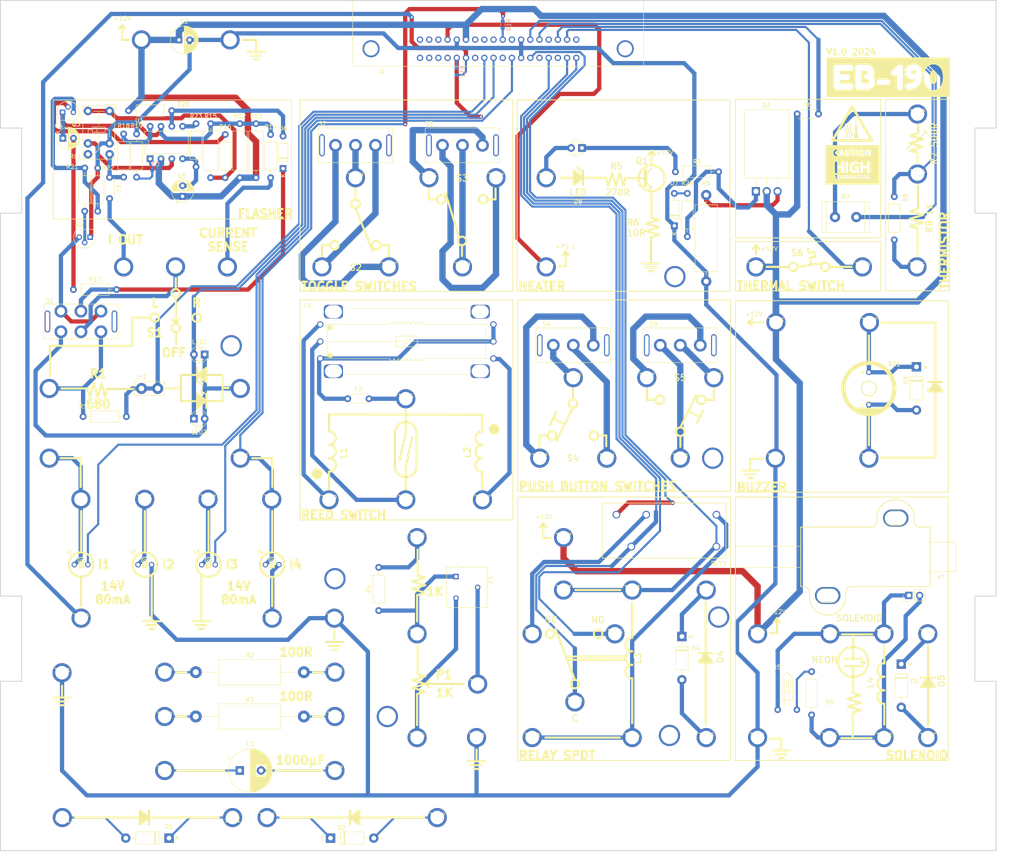
<source format=kicad_pcb>
(kicad_pcb (version 20221018) (generator pcbnew)
  (layers (0 "F.Cu" signal) (31 "B.Cu" signal) (34 "B.Paste" user) (35 "F.Paste" user) (36 "B.SilkS" user "B.Silkscreen") (37 "F.SilkS" user "F.Silkscreen") (38 "B.Mask" user) (39 "F.Mask" user) (44 "Edge.Cuts" user))
  (net 0 "")
  (net 1 "Net-(BZ1--)")
  (net 2 "Net-(BZ1-+)")
  (net 3 "Net-(C1-Pad1)")
  (net 4 "Net-(C1-Pad2)")
  (net 5 "+12V")
  (net 6 "GND")
  (net 7 "Net-(U1-VSS)")
  (net 8 "/FAULT")
  (net 9 "Net-(Q3-B)")
  (net 10 "Net-(C5-Pad2)")
  (net 11 "Net-(D1-K)")
  (net 12 "Net-(D1-A)")
  (net 13 "Net-(D2-K)")
  (net 14 "Net-(D2-A)")
  (net 15 "Net-(D4-K)")
  (net 16 "Net-(D4-A)")
  (net 17 "Net-(D5-K)")
  (net 18 "Net-(D5-A)")
  (net 19 "/C2")
  (net 20 "Net-(D6-A)")
  (net 21 "Net-(D7-A)")
  (net 22 "Net-(D8-K)")
  (net 23 "Net-(D8-A)")
  (net 24 "/RLY1_NO2")
  (net 25 "Net-(F1-Pad2)")
  (net 26 "Net-(F2-Pad1)")
  (net 27 "Net-(F2-Pad2)")
  (net 28 "Net-(I1-+)")
  (net 29 "/I1")
  (net 30 "Net-(I2-+)")
  (net 31 "Net-(I3-+)")
  (net 32 "/I3")
  (net 33 "/I4")
  (net 34 "Net-(I4--)")
  (net 35 "Net-(I5-+)")
  (net 36 "Net-(I5--)")
  (net 37 "/BLNK_RES")
  (net 38 "/RLY_NC")
  (net 39 "Net-(L4-+)")
  (net 40 "/BLNK_LED_A")
  (net 41 "Net-(P1-Pad1)")
  (net 42 "Net-(P1-Pad2)")
  (net 43 "Net-(P1-Pad3)")
  (net 44 "Net-(Q1-B)")
  (net 45 "Net-(Q1-E)")
  (net 46 "Net-(Q2-B)")
  (net 47 "Net-(R1-Pad1)")
  (net 48 "Net-(R2-Pad1)")
  (net 49 "Net-(R2-Pad2)")
  (net 50 "Net-(R3-Pad1)")
  (net 51 "Net-(R3-Pad2)")
  (net 52 "Net-(R4-Pad2)")
  (net 53 "Net-(R7-Pad1)")
  (net 54 "/THERMISTOR_A")
  (net 55 "Net-(R8-Pad1)")
  (net 56 "/THERMISTOR_B")
  (net 57 "Net-(J1-Pin_28)")
  (net 58 "/I1_R")
  (net 59 "Net-(R14-Pad1)")
  (net 60 "/RLY1_C2")
  (net 61 "Net-(U1-START)")
  (net 62 "Net-(R23-Pad1)")
  (net 63 "Net-(L5-Pad1A)")
  (net 64 "/RLY1_COIL")
  (net 66 "Net-(S1-B-Pad5)")
  (net 67 "Net-(S2-A)")
  (net 68 "Net-(S2-B)")
  (net 69 "Net-(S2-C)")
  (net 70 "Net-(S3-A)")
  (net 71 "Net-(S3-B)")
  (net 72 "Net-(S3-C)")
  (net 73 "Net-(S4-A)")
  (net 74 "Net-(S4-B)")
  (net 75 "Net-(S4-C)")
  (net 76 "Net-(S5-A)")
  (net 77 "Net-(S5-B)")
  (net 78 "Net-(S5-C)")
  (net 79 "/THERM_SW")
  (net 80 "/+PS_1")
  (net 81 "/RLY_NO_BN")
  (net 82 "Net-(L5-Pad2B)")
  (net 83 "/RLY_C")
  (net 84 "Net-(L5-Pad3)")
  (net 93 "/RLY_NO")
  (net 102 "/THERM_SW_PIN")
  (net 104 "/RLY_COIL")
  (net 105 "Net-(C4-Pad2)")
  (net 106 "Net-(RLY3-Pad1)")
  (net 107 "Net-(LED1-K)")
  (net 108 "Net-(Q2-C)")
  (net 109 "Net-(Q3-C)")
  (footprint "firmlogik-conn:2mm BANANNA PLUG" (layer "F.Cu") (at 191.77 150.114)
    (fp_text reference "TP23")
    (fp_text value "TestPoint")
  )
  (footprint "firmlogik-conn:2mm BANANNA PLUG" (layer "F.Cu") (at 309.245 86.487)
    (fp_text reference "TP75")
    (fp_text value "TestPoint")
  )
  (footprint "firmlogik-conn:2mm BANANNA PLUG" (layer "F.Cu") (at 189.103 117.475)
    (fp_text reference "TP45")
    (fp_text value "TestPoint")
  )
  (footprint "Resistor_THT:R_Axial_DIN0309_L9.0mm_D3.2mm_P12.70mm_Horizontal" (layer "F.Cu") (at 153.924 52.832 -90)
    (fp_text reference "R13")
    (fp_text value "1R")
  )
  (footprint "firmlogik-conn:2mm BANANNA PLUG" (layer "F.Cu") (at 311.786 172.72)
    (fp_text reference "TP76")
    (fp_text value "TestPoint")
  )
  (footprint "firmlogik-mech:DPDT MECHANICAL" (layer "F.Cu") (at 112.775 99.314)
    (fp_text reference "S1")
    (fp_text value "SW_Push_DPDT")
  )
  (footprint "firmlogik-opto:INCADESCENT BULB" (layer "F.Cu") (at 127.783167 156.464)
    (fp_text reference "I2")
    (fp_text value "INCADESCENT-BULB")
  )
  (footprint "Resistor_THT:R_Axial_DIN0207_L6.3mm_D2.5mm_P10.16mm_Horizontal" (layer "F.Cu") (at 252.476 64.135)
    (fp_text reference "R5")
    (fp_text value "270R")
  )
  (footprint "firmlogik-conn:2mm BANANNA PLUG" (layer "F.Cu") (at 275.971 131.445)
    (fp_text reference "TP54")
    (fp_text value "TestPoint")
  )
  (footprint "firmlogik-resistor:TRIM_3310Y-011-102L" (layer "F.Cu") (at 203.454 161.798 -90)
    (fp_text reference "P1")
    (fp_text value "R_Potentiometer")
  )
  (footprint "firmlogik-conn:2mm BANANNA PLUG" (layer "F.Cu") (at 127 33.147)
    (fp_text reference "TP1")
    (fp_text value "TestPoint")
  )
  (footprint "firmlogik-conn:2mm BANANNA PLUG" (layer "F.Cu") (at 108.4115 215.9 180)
    (fp_text reference "TP74")
    (fp_text value "TestPoint")
  )
  (footprint "LED_THT:LED_D3.0mm" (layer "F.Cu") (at 139.314 122.174)
    (fp_text reference "LED2")
    (fp_text value "LED")
  )
  (footprint "firmlogik-conn:2mm BANANNA PLUG" (layer "F.Cu") (at 288.799 172.72)
    (fp_text reference "TP64")
    (fp_text value "TestPoint")
  )
  (footprint "firmlogik-conn:2mm BANANNA PLUG" (layer "F.Cu") (at 172.461 192.148)
    (fp_text reference "TP71")
    (fp_text value "TestPoint")
  )
  (footprint "firmlogik-conn:2mm BANANNA PLUG" (layer "F.Cu") (at 157.712834 169.037)
    (fp_text reference "TP15")
    (fp_text value "TestPoint")
  )
  (footprint "Resistor_THT:R_Axial_DIN0207_L6.3mm_D2.5mm_P10.16mm_Horizontal" (layer "F.Cu") (at 116.713 63.246 -90)
    (fp_text reference "R22")
    (fp_text value "10K")
  )
  (footprint "Capacitor_THT:C_Disc_D4.3mm_W1.9mm_P5.00mm" (layer "F.Cu") (at 281.091 50.546)
    (fp_text reference "S6")
    (fp_text value "~")
  )
  (footprint "TestPoint:TestPoint_Bridge_Pitch3.81mm_Drill1.3mm" (layer "F.Cu") (at 127 115.062)
    (fp_text reference "JP1")
    (fp_text value "Jumper_2_Bridged")
  )
  (footprint "firmlogik-conn:2mm BANANNA PLUG" (layer "F.Cu") (at 207.137 141.239)
    (fp_text reference "TP47")
    (fp_text value "TestPoint")
  )
  (footprint "firmlogik-conn:2mm BANANNA PLUG" (layer "F.Cu") (at 276.099 99.568)
    (fp_text reference "TP53")
    (fp_text value "TestPoint")
  )
  (footprint "firmlogik-conn:2mm BANANNA PLUG" (layer "F.Cu") (at 112.776 141.097)
    (fp_text reference "TP7")
    (fp_text value "TestPoint")
  )
  (footprint "firmlogik-opto:INCADESCENT BULB" (layer "F.Cu") (at 112.818334 156.464)
    (fp_text reference "I1")
    (fp_text value "INCADESCENT-BULB")
  )
  (footprint "Capacitor_THT:CP_Radial_D10.0mm_P5.00mm" (layer "F.Cu") (at 150.093323 204.839)
    (fp_text reference "C1")
    (fp_text value "C_Polarized")
  )
  (footprint "LED_THT:LED_D3.0mm" (layer "F.Cu") (at 141.859 107.061 180)
    (fp_text reference "LED1")
    (fp_text value "LED")
  )
  (footprint "firmlogik-mech:BUTTON-SPDT-MECHANICAL" (layer "F.Cu") (at 228.474 104.902)
    (fp_text reference "S4")
    (fp_text value "SW_SPDT")
  )
  (footprint "firmlogik-conn:2mm BANANNA PLUG" (layer "F.Cu") (at 148.4115 215.9 180)
    (fp_text reference "TP63")
    (fp_text value "TestPoint")
  )
  (footprint "Resistor_THT:R_Axial_DIN0614_L14.3mm_D5.7mm_P25.40mm_Horizontal" (layer "F.Cu") (at 139.761 192.148)
    (fp_text reference "R3")
    (fp_text value "100R")
  )
  (footprint "firmlogik-conn:2mm BANANNA PLUG" (layer "F.Cu") (at 218.822 197.104)
    (fp_text reference "TP38")
    (fp_text value "TestPoint")
  )
  (footprint "firmlogik-conn:2mm BANANNA PLUG" (layer "F.Cu") (at 205.74 197.104)
    (fp_text reference "TP28")
    (fp_text value "TestPoint")
  )
  (footprint "firmlogik-conn:2mm BANANNA PLUG" (layer "F.Cu") (at 245.746 112.522)
    (fp_text reference "TP27")
    (fp_text value "TestPoint")
  )
  (footprint "firmlogik-conn:2mm BANANNA PLUG" (layer "F.Cu") (at 271.781 197.104)
    (fp_text reference "TP51")
    (fp_text value "TestPoint")
  )
  (footprint "firmlogik-conn:2mm BANANNA PLUG" (layer "F.Cu") (at 132.461 181.737)
    (fp_text reference "TP59")
    (fp_text value "TestPoint")
  )
  (footprint "firmlogik-conn:2mm BANANNA PLUG" (layer "F.Cu") (at 150.219834 131.445)
    (fp_text reference "TP13")
    (fp_text value "TestPoint")
  )
  (footprint "Resistor_THT:R_Axial_DIN0207_L6.3mm_D2.5mm_P10.16mm_Horizontal" (layer "F.Cu") (at 284.48 181.61 -90)
    (fp_text reference "R9")
    (fp_text value "10K")
  )
  (footprint "Resistor_THT:R_Axial_DIN0207_L6.3mm_D2.5mm_P10.16mm_Horizontal" (layer "F.Cu") (at 113.284 121.666)
    (fp_text reference "R1")
    (fp_text value "680R")
  )
  (footprint "firmlogik-conn:2mm BANANNA PLUG" (layer "F.Cu") (at 171.069 141.239)
    (fp_text reference "TP39")
    (fp_text value "TestPoint")
  )
  (footprint "firmlogik-mech:ADAFruit Solenoid" (layer "F.Cu") (at 312.361 140.953 180)
    (fp_text reference "L4")
    (fp_text value "ElectromagneticActor")
  )
  (footprint "Diode_THT:D_DO-35_SOD27_P7.62mm_Horizontal" (layer "F.Cu") (at 252.222 76.835 90)
    (fp_text reference "D7")
    (fp_text value "1N4148")
  )
  (footprint "Diode_THT:D_DO-41_SOD81_P10.16mm_Horizontal" (layer "F.Cu") (at 254.001 173.355 -90)
    (fp_text reference "D4")
    (fp_text value "1N4007")
  )
  (footprint "firmlogik-conn:2mm BANANNA PLUG" (layer "F.Cu") (at 298.07 99.568)
    (fp_text reference "TP57")
    (fp_text value "TestPoint")
  )
  (footprint "firmlogik-conn:2mm BANANNA PLUG" (layer "F.Cu") (at 132.461 204.839)
    (fp_text reference "TP61")
    (fp_text value "TestPoint")
  )
  (footprint "firmlogik-conn:2mm BANANNA PLUG" (layer "F.Cu") (at 189.103 141.239)
    (fp_text reference "TP46")
    (fp_text value "TestPoint")
  )
  (footprint "firmlogik-opto:INCADESCENT BULB" (layer "F.Cu") (at 157.712834 156.464)
    (fp_text reference "I4")
    (fp_text value "INCADESCENT-BULB")
  )
  (footprint "Capacitor_THT:CP_Radial_D6.3mm_P2.50mm" (layer "F.Cu") (at 135.803 33.147)
    (fp_text reference "C2")
    (fp_text value "C_Polarized")
  )
  (footprint "firmlogik-mech:BUTTON-SPDT-MECHANICAL" (layer "F.Cu") (at 177.292 57.912 180)
    (fp_text reference "S2")
    (fp_text value "SW_SPDT")
  )
  (footprint "firmlogik-conn:2mm BANANNA PLUG" (layer "F.Cu") (at 226.188 162.433)
    (fp_text reference "TP37")
    (fp_text value "TestPoint")
  )
  (footprint "firmlogik-conn:2mm BANANNA PLUG" (layer "F.Cu") (at 210.312 65.532)
    (fp_text reference "TP32")
    (fp_text value "TestPoint")
  )
  (footprint "LED_THT:LED_D3.0mm" (layer "F.Cu") (at 230.51 58.547 180)
    (fp_text reference "D8")
    (fp_text value "LED")
  )
  (footprint "firmlogik-conn:2mm BANANNA PLUG" (layer "F.Cu") (at 259.716 197.104)
    (fp_text reference "TP49")
    (fp_text value "TestPoint")
  )
  (footprint "firmlogik-conn:2mm BANANNA PLUG" (layer "F.Cu") (at 177.292 65.532)
    (fp_text reference "TP19")
    (fp_text value "TestPoint")
  )
  (footprint "firmlogik-conn:2mm BANANNA PLUG" (layer "F.Cu") (at 301.499 172.72)
    (fp_text reference "TP67")
    (fp_text value "TestPoint")
  )
  (footprint "Resistor_THT:R_Axial_DIN0309_L9.0mm_D3.2mm_P12.70mm_Horizontal" (layer "F.Cu") (at 143.256 52.832 -90)
    (fp_text reference "R15")
    (fp_text value "1R")
  )
  (footprint "firmlogik-conn:2mm BANANNA PLUG" (layer "F.Cu") (at 132.461 192.148)
    (fp_text reference "TP60")
    (fp_text value "TestPoint")
  )
  (footprint "Resistor_THT:R_Axial_DIN0207_L6.3mm_D2.5mm_P10.16mm_Horizontal" (layer "F.Cu") (at 122.809 65.405 90)
    (fp_text reference "R18")
    (fp_text value "3K3")
  )
  (footprint "firmlogik-conn:2mm BANANNA PLUG" (layer "F.Cu") (at 228.854 188.722)
    (fp_text reference "TP40")
    (fp_text value "TestPoint")
  )
  (footprint "firmlogik-conn:2mm BANANNA PLUG" (layer "F.Cu") (at 309.372 50.5714)
    (fp_text reference "TP52")
    (fp_text value "TestPoint")
  )
  (footprint "Resistor_THT:R_Radial_Power_L11.0mm_W7.0mm_P5.00mm" (layer "F.Cu") (at 289.981 74.784)
    (fp_text reference "R7")
    (fp_text value "Thermistor")
  )
  (footprint "firmlogik-conn:2mm BANANNA PLUG" (layer "F.Cu") (at 150.219834 115.062)
    (fp_text reference "TP8")
    (fp_text value "TestPoint")
  )
  (footprint "Diode_THT:D_DO-35_SOD27_P7.62mm_Horizontal" (layer "F.Cu") (at 160.274 63.373 90)
    (fp_text reference "D6")
    (fp_text value "1N4148")
  )
  (footprint "firmlogik-conn:2mm BANANNA PLUG" (layer "F.Cu") (at 142.642166 141.097)
    (fp_text reference "TP12")
    (fp_text value "TestPoint")
  )
  (footprint "firmlogik-opto:INCADESCENT BULB" (layer "F.Cu") (at 142.748 156.464)
    (fp_text reference "I3")
    (fp_text value "INCADESCENT-BULB")
  )
  (footprint "firmlogik-conn:2mm BANANNA PLUG" (layer "F.Cu") (at 311.786 197.104)
    (fp_text reference "TP77")
    (fp_text value "TestPoint")
  )
  (footprint "Resistor_THT:R_Axial_DIN0207_L6.3mm_D2.5mm_P10.16mm_Horizontal" (layer "F.Cu") (at 139.827 52.832 -90)
    (fp_text reference "R23")
    (fp_text value "1K5")
  )
  (footprint "firmlogik-conn:2mm BANANNA PLUG" (layer "F.Cu") (at 105.325334 131.445)
    (fp_text reference "TP6")
    (fp_text value "TestPoint")
  )
  (footprint "firmlogik-conn:2mm BANANNA PLUG" (layer "F.Cu") (at 172.339 169.037)
    (fp_text reference "TP16")
    (fp_text value "TestPoint")
  )
  (footprint "firmlogik-conn:2mm BANANNA PLUG" (layer "F.Cu") (at 172.461 204.839)
    (fp_text reference "TP72")
    (fp_text value "TestPoint")
  )
  (footprint "firmlogik-conn:2mm BANANNA PLUG" (layer "F.Cu") (at 202.438 86.487)
    (fp_text reference "TP29")
    (fp_text value "TestPoint")
  )
  (footprint "firmlogik-relay:RELAY_G2R-1 AC12_OMR" (layer "F.Cu") (at 237.510004 152.213 -90)
    (fp_text reference "RLY3")
    (fp_text value "DIPxx-1Cxx-51x")
  )
  (footprint "Resistor_THT:R_Axial_DIN0207_L6.3mm_D2.5mm_P10.16mm_Horizontal" (layer "F.Cu") (at 182.753 167.259 90)
    (fp_text reference "R4")
    (fp_text value "1K")
  )
  (footprint "firmlogik-conn:2mm BANANNA PLUG" (layer "F.Cu") (at 122.809 86.487 90)
    (fp_text reference "TP5")
    (fp_text value "TestPoint")
  )
  (footprint "firmlogik-inductors:Dual Coil with Reed Relay" (layer "F.Cu") (at 189.357 104.013)
    (fp_text reference "L5")
    (fp_text value "~")
  )
  (footprint "firmlogik-conn:2mm BANANNA PLUG" (layer "F.Cu") (at 288.672 197.104)
    (fp_text reference "TP65")
    (fp_text value "TestPoint")
  )
  (footprint "firmlogik-conn:2mm BANANNA PLUG" (layer "F.Cu") (at 108.331 181.864)
    (fp_text reference "TP50")
    (fp_text value "TestPoint")
  )
  (footprint "firmlogik-conn:2mm BANANNA PLUG" (layer "F.Cu") (at 185.166 86.487)
    (fp_text reference "TP17")
    (fp_text value "TestPoint")
  )
  (footprint "Resistor_THT:R_Axial_DIN0207_L6.3mm_D2.5mm_P10.16mm_Horizontal" (layer "F.Cu") (at 125.857 65.405 90)
    (fp_text reference "R19")
    (fp_text value "220R")
  )
  (footprint "firmlogik-conn:2mm BANANNA PLUG" (layer "F.Cu") (at 191.77 197.104)
    (fp_text reference "TP25")
    (fp_text value "TestPoint")
  )
  (footprint "Diode_THT:D_DO-41_SOD81_P10.16mm_Horizontal" (layer "F.Cu") (at 171.4305 220.726)
    (fp_text reference "D2")
    (fp_text value "1N4007")
  )
  (footprint "Capacitor_THT:CP_Radial_D5.0mm_P2.50mm" (layer "F.Cu") (at 108.522888 56.261)
    (fp_text reference "C4")
    (fp_text value "C_Polarized")
  )
  (footprint "Resistor_THT:R_Axial_DIN0309_L9.0mm_D3.2mm_P12.70mm_Horizontal" (layer "F.Cu") (at 150.114 52.832 -90)
    (fp_text reference "R12")
    (fp_text value "1R")
  )
  (footprint "firmlogik-conn:2mm BANANNA PLUG" (layer "F.Cu") (at 228.474 112.522)
    (fp_text reference "TP20")
    (fp_text value "TestPoint")
  )
  (footprint "Resistor_THT:R_Axial_DIN0207_L6.3mm_D2.5mm_P10.16mm_Horizontal" (layer "F.Cu") (at 255.27 69.215 -90)
    (fp_text reference "R24")
    (fp_text value "100R")
  )
  (footprint "firmlogik-mech:BUTTON-SPDT-MECHANICAL" (layer "F.Cu") (at 202.438 57.912 180)
    (fp_text reference "S3")
    (fp_text value "SW_SPDT")
  )
  (footprint "firmlogik-conn:2mm BANANNA PLUG" (layer "F.Cu") (at 220.6 131.445)
    (fp_text reference "TP22")
    (fp_text value "TestPoint")
  )
  (footprint "firmlogik-conn:2mm BANANNA PLUG" (layer "F.Cu") (at 147.193 86.487 90)
    (fp_text reference "TP9")
    (fp_text value "TestPoint")
  )
  (footprint "firmlogik-conn:2mm BANANNA PLUG" (layer "F.Cu") (at 105.325334 115.062)
    (fp_text reference "TP3")
    (fp_text value "TestPoint")
  )
  (footprint "Resistor_THT:R_Axial_DIN0614_L14.3mm_D5.7mm_P25.40mm_Horizontal" (layer "F.Cu") (at 139.761 181.737)
    (fp_text reference "R2")
    (fp_text value "100R")
  )
  (footprint "firmlogik-mech:BUZZER 12mm Pitch 7.6mm" (layer "F.Cu") (at 297.942 115.062 -90)
    (fp_text reference "BZ1")
    (fp_text value "Buzzer")
  )
  (footprint "firmlogik-conn:2mm BANANNA PLUG" (layer "F.Cu") (at 242.317 197.104)
    (fp_text reference "TP44")
    (fp_text value "TestPoint")
  )
  (footprint "firmlogik-conn:2mm BANANNA PLUG" (layer "F.Cu") (at 147.828 33.147)
    (fp_text reference "TP2")
    (fp_text value "TestPoint")
  )
  (footprint "firmlogik-conn:2mm BANANNA PLUG" (layer "F.Cu") (at 226.188 150.114)
    (fp_text reference "TP42")
    (fp_text value "TestPoint")
  )
  (footprint "Diode_THT:D_DO-41_SOD81_P10.16mm_Horizontal" (layer "F.Cu") (at 305.562 179.832 -90)
    (fp_text reference "D5")
    (fp_text value "1N4007")
  )
  (footprint "firmlogik-conn:2mm BANANNA PLUG" (layer "F.Cu") (at 222.123 65.532)
    (fp_text reference "TP36")
    (fp_text value "TestPoint")
  )
  (footprint "firmlogik-conn:2mm BANANNA PLUG" (layer "F.Cu") (at 135.001 86.487)
    (fp_text reference "TP4")
    (fp_text value "TestPoint")
  )
  (footprint "firmlogik-conn:2mm BANANNA PLUG" (layer "F.Cu") (at 261.494 112.522)
    (fp_text reference "TP33")
    (fp_text value "TestPoint")
  )
  (footprint "firmlogik-conn:2mm BANANNA PLUG" (layer "F.Cu") (at 253.62 131.445)
    (fp_text reference "TP30")
    (fp_text value "TestPoint")
  )
  (footprint "firmlogik-conn:2mm BANANNA PLUG" (layer "F.Cu") (at 236.348 131.445)
    (fp_text reference "TP18")
    (fp_text value "TestPoint")
  )
  (footprint "firmlogik-conn:2mm BANANNA PLUG" (layer "F.Cu") (at 242.317 162.433)
    (fp_text reference "TP43")
    (fp_text value "TestPoint")
  )
  (footprint "Resistor_THT:R_Axial_DIN0207_L6.3mm_D2.5mm_P10.16mm_Horizontal" (layer "F.Cu") (at 123.952 49.784)
    (fp_text reference "R20")
    (fp_text value "1K")
  )
  (footprint "firmlogik-relay:JRC-23F" (layer "F.Cu") (at 116.967 48.664 -90)
    (fp_text reference "RL1")
    (fp_text value "~" hide)
  )
  (footprint "firmlogik-conn:2mm BANANNA PLUG" (layer "F.Cu") (at 194.564 65.532)
    (fp_text reference "TP26")
    (fp_text value "TestPoint")
  )
  (footprint "kibuzzard-65B90473" (layer "F.Cu") (at 302.514 41.91)
    (fp_text reference "kibuzzard-65B90473" hide)
    (fp_text value "G***" hide)
  )
  (footprint "Diode_THT:D_DO-41_SOD81_P10.16mm_Horizontal" (layer "F.Cu") (at 133.477 220.726 180)
    (fp_text reference "D1")
    (fp_text value "1N4007")
  )
  (footprint "firmlogik-conn:2mm BANANNA PLUG" (layer "F.Cu") (at 222.123 86.487)
    (fp_text reference "TP34")
    (fp_text value "TestPoint")
  )
  (footprint "Resistor_THT:R_Axial_DIN0207_L6.3mm_D2.5mm_P10.16mm_Horizontal" (layer "F.Cu") (at 303.911 80.137 90)
    (fp_text reference "R8")
    (fp_text value "1K")
  )
  (footprint "firmlogik-conn:2mm BANANNA PLUG" (layer "F.Cu") (at 127.762 141.097)
    (fp_text reference "TP11")
    (fp_text value "TestPoint")
  )
  (footprint "Resistor_THT:R_Axial_DIN0207_L6.3mm_D2.5mm_P10.16mm_Horizontal" (layer "F.Cu") (at 157.353 65.532 90)
    (fp_text reference "R14")
    (fp_text value "2K2")
  )
  (footprint "firmlogik-conn:2mm BANANNA PLUG" (layer "F.Cu") (at 297.942 131.445)
    (fp_text reference "TP58")
    (fp_text value "TestPoint")
  )
  (footprint "firmlogik-opto:NEON BULB" (layer "F.Cu") (at 278.766 190.561)
    (fp_text reference "I5")
    (fp_text value "NEON")
  )
  (footprint "Resistor_THT:R_Axial_DIN0207_L6.3mm_D2.5mm_P10.16mm_Horizontal" (layer "F.Cu") (at 146.685 65.532 90)
    (fp_text reference "R16")
    (fp_text value "1K")
  )
  (footprint "firmlogik-conn:2mm BANANNA PLUG" (layer "F.Cu") (at 157.607 141.097)
    (fp_text reference "TP14")
    (fp_text value "TestPoint")
  )
  (footprint "firmlogik-conn:2mm BANANNA PLUG" (layer "F.Cu") (at 296.418 86.487)
    (fp_text reference "TP69")
    (fp_text value "TestPoint")
  )
  (footprint "Diode_THT:D_DO-41_SOD81_P10.16mm_Horizontal" (layer "F.Cu") (at 309.118 109.982 -90)
    (fp_text reference "D3")
    (fp_text value "1N4007")
  )
  (footprint "firmlogik-conn:2mm BANANNA PLUG" (layer "F.Cu") (at 309.372 64.6684)
    (fp_text reference "TP66")
    (fp_text value "TestPoint")
  )
  (footprint "Resistor_THT:R_Axial_DIN0207_L6.3mm_D2.5mm_P10.16mm_Horizontal" (layer "F.Cu") (at 110.998 91.821)
    (fp_text reference "R17")
    (fp_text value "2K2")
  )
  (footprint "firmlogik-conn:2mm BANANNA PLUG" (layer "F.Cu") (at 271.781 172.72)
    (fp_text reference "TP55")
    (fp_text value "TestPoint")
  )
  (footprint "firmlogik-conn:2mm BANANNA PLUG" (layer "F.Cu") (at 238.252 172.72)
    (fp_text reference "TP35")
    (fp_text value "TestPoint")
  )
  (footprint "Package_TO_SOT_THT:TO-92" (layer "F.Cu") (at 108.458 50.165)
    (fp_text reference "Q3")
    (fp_text value "2N4126")
  )
  (footprint "firmlogik-conn:2mm BANANNA PLUG" (layer "F.Cu") (at 218.822 172.72)
    (fp_text reference "TP41")
    (fp_text value "TestPoint")
  )
  (footprint "Capacitor_THT:C_Disc_D4.3mm_W1.9mm_P5.00mm" (layer "F.Cu") (at 119.507 65.445 -90)
    (fp_text reference "F1")
    (fp_text value "Polyfuse")
  )
  (footprint "Package_TO_SOT_THT:TO-220F-3_Horizontal_TabDown" (layer "F.Cu") (at 271.399 68.74)
    (fp_text reference "Q1")
    (fp_text value "NPN")
  )
  (footprint "Capacitor_THT:CP_Radial_D5.0mm_P2.50mm" (layer "F.Cu") (at 136.652 69.912113 90)
    (fp_text reference "C5")
    (fp_text value "C_Polarized")
  )
  (footprint "firmlogik-conn:2mm BANANNA PLUG" (layer "F.Cu") (at 301.499 197.104)
    (fp_text reference "TP68")
    (fp_text value "TestPoint")
  )
  (footprint "firmlogik-conn:2mm BANANNA PLUG" (layer "F.Cu") (at 205.994 184.531)
    (fp_text reference "TP31")
    (fp_text value "TestPoint")
  )
  (footprint "Capacitor_THT:C_Disc_D4.3mm_W1.9mm_P5.00mm" (layer "F.Cu") (at 175.467 117.475)
    (fp_text reference "F2")
    (fp_text value "Polyfuse")
  )
  (footprint "firmlogik-conn:2mm BANANNA PLUG" (layer "F.Cu") (at 172.461 181.737)
    (fp_text reference "TP70")
    (fp_text value "TestPoint")
  )
  (footprint "Resistor_THT:R_Axial_DIN0516_L15.5mm_D5.0mm_P20.32mm_Horizontal" (layer "F.Cu") (at 259.715 69.596 -90)
    (fp_text reference "R6")
    (fp_text value "10R")
  )
  (footprint "LOGO" (layer "F.Cu") (at 294.005 57.658)
    (fp_text reference "G***" hide)
    (fp_text value "LOGO" hide)
  )
  (footprint "firmlogik-mech:BUTTON-SPDT-MECHANICAL" (layer "F.Cu") (at 253.62 104.902)
    (fp_text reference "S5")
    (fp_text value "SW_SPDT")
  )
  (footprint "firmlogik-conn:2mm BANANNA PLUG" (layer "F.Cu") (at 191.77 172.72)
    (fp_text reference "TP24")
    (fp_text value "TestPoint")
  )
  (footprint "Package_TO_SOT_THT:TO-92" (layer "F.Cu") (at 114.935 79.502 180)
    (fp_text reference "Q2")
    (fp_text value "NPN")
  )
  (footprint "firmlogik-conn:2mm BANANNA PLUG" (layer "F.Cu") (at 196.5105 215.9)
    (fp_text reference "TP62")
    (fp_text value "TestPoint")
  )
  (footprint "firmlogik-conn:2mm BANANNA PLUG" (layer "F.Cu") (at 169.418 86.487)
    (fp_text reference "TP21")
    (fp_text value "TestPoint")
  )
  (footprint "firmlogik-conn:2mm BANANNA PLUG" (layer "F.Cu") (at 156.5105 215.9)
    (fp_text reference "TP73")
    (fp_text value "TestPoint")
  )
  (footprint "firmlogik-conn:2mm BANANNA PLUG" (layer "F.Cu") (at 259.716 162.433)
    (fp_text reference "TP48")
    (fp_text value "TestPoint")
  )
  (footprint "firmlogik-conn:2mm BANANNA PLUG" (layer "F.Cu") (at 112.818334 169.037)
    (fp_text reference "TP10")
    (fp_text value "TestPoint")
  )
  (footprint "Resistor_THT:R_Axial_DIN0207_L6.3mm_D2.5mm_P10.16mm_Horizontal" (layer "F.Cu") (at 113.665 63.246 -90)
    (fp_text reference "R21")
    (fp_text value "10K")
  )
  (footprint "firmlogik-conn:Centronics Connector" (layer "F.Cu") (at 210.737055 35.373625)
    (fp_text reference "J1")
    (fp_text value "Conn_02x18_Top_Bottom")
  )
  (footprint "firmlogik-conn:2mm BANANNA PLUG" (layer "F.Cu") (at 271.399 86.487)
    (fp_text reference "TP56")
    (fp_text value "TestPoint")
  )
  (footprint "Package_DIP:DIP-8_W7.62mm" (layer "F.Cu") (at 129.042 61.077 90)
    (fp_text reference "U1")
    (fp_text value "MC33193")
  )
  (footprint "Resistor_SMD:R_0603_1608Metric" (layer "B.Cu") (at 211.894901 29.58325 90)
    (fp_text reference "R10")
    (fp_text value "100R")
  )
  (footprint "Capacitor_SMD:C_0603_1608Metric" (layer "B.Cu") (at 130.302 63.754 180)
    (fp_text reference "C3")
    (fp_text value "100nF")
  )
  (footprint "Resistor_SMD:R_0603_1608Metric" (layer "B.Cu") (at 201.041 40.576 90)
    (fp_text reference "R11")
    (fp_text value "100R")
  )
  (gr_line (start 246.866815 59.171435) (end 247.628815 60.187435) (stroke (width 0.5)) (layer "F.SilkS"))
  (gr_line (start 220.5435 126.111) (end 220.5435 128.647937) (stroke (width 0.5)) (layer "F.SilkS"))
  (gr_line (start 140.081 110.236) (end 140.081 113.538) (stroke (width 0.5)) (layer "F.SilkS"))
  (gr_line (start 135.0565 99.838) (end 135.874 98.806) (stroke (width 0.5)) (layer "F.SilkS"))
  (gr_line (start 242.316 193.675) (end 242.316 183.1975) (stroke (width 0.5)) (layer "F.SilkS"))
  (gr_line (start 146.05 111.887) (end 146.05 114.935) (stroke (width 0.5)) (layer "F.SilkS"))
  (gr_line (start 169.418 81.407) (end 169.418 83.943937) (stroke (width 0.5)) (layer "F.SilkS"))
  (gr_circle (center 207.28 70.612) (end 206.28 70.612) (stroke (width 0.5)) (fill none) (layer "F.SilkS"))
  (gr_line (start 236.1565 65.532) (end 236.728 67.437) (stroke (width 0.5)) (layer "F.SilkS"))
  (gr_line (start 271.399 83.566) (end 271.399 81.28) (stroke (width 0.5)) (layer "F.SilkS"))
  (gr_line (start 315.087 115.57) (end 312.42 115.316) (stroke (width 0.5)) (layer "F.SilkS"))
  (gr_line (start 127.783167 153.589) (end 127.783167 143.891) (stroke (width 0.5)) (layer "F.SilkS"))
  (gr_line (start 228.4015 117.618) (end 228.4015 115.062) (stroke (width 0.5)) (layer "F.SilkS"))
  (gr_line (start 136.271 111.887) (end 146.05 111.887) (stroke (width 0.5)) (layer "F.SilkS"))
  (gr_line (start 124.968 115.189) (end 118.9355 115.189) (stroke (width 0.5)) (layer "F.SilkS"))
  (gr_line (start 310.7055 184.785) (end 313.1185 184.658) (stroke (width 0.5)) (layer "F.SilkS"))
  (gr_line (start 228.6 67.183) (end 228.6 63.881) (stroke (width 0.5)) (layer "F.SilkS"))
  (gr_circle (center 209.8675 124.6505) (end 208.8675 124.6505) (stroke (width 0.5)) (fill solid) (layer "F.SilkS"))
  (gr_line (start 253.635 124.222) (end 257.429 116.459) (stroke (width 0.5)) (layer "F.SilkS"))
  (gr_line (start 226.695 82.804) (end 227.457 83.82) (stroke (width 0.5)) (layer "F.SilkS"))
  (gr_line (start 294.132 191.262) (end 296.037 190.6905) (stroke (width 0.5)) (layer "F.SilkS"))
  (gr_line (start 253.635 126.222) (end 253.635 128.778) (stroke (width 0.5)) (layer "F.SilkS"))
  (gr_line (start 108.331 187.690125) (end 108.331 184.927875) (stroke (width 0.5)) (layer "F.SilkS"))
  (gr_line (start 228.854 183.531) (end 224.282 171.577) (stroke (width 0.5)) (layer "F.SilkS"))
  (gr_line (start 141.097 167.005) (end 141.097 158.75) (stroke (width 0.5)) (layer "F.SilkS"))
  (gr_line (start 141.859 113.03) (end 141.732 110.617) (stroke (width 0.5)) (layer "F.SilkS"))
  (gr_line (start 140.843 117.094) (end 141.1605 118.8085) (stroke (width 0.5)) (layer "F.SilkS"))
  (gr_line (start 172.339 174.625) (end 172.339 171.86275) (stroke (width 0.5)) (layer "F.SilkS"))
  (gr_line (start 194.5085 70.610469) (end 194.5085 68.073532) (stroke (width 0.5)) (layer "F.SilkS"))
  (gr_line (start 178.181 214.249) (end 176.022 215.9) (stroke (width 0.5)) (layer "F.SilkS"))
  (gr_line (start 310.1975 185.166) (end 311.8485 183.007) (stroke (width 0.5)) (layer "F.SilkS"))
  (gr_line (start 142.113 110.363) (end 141.859 113.03) (stroke (width 0.5)) (layer "F.SilkS"))
  (gr_line (start 236.728 67.437) (end 237.617 64.389) (stroke (width 0.5)) (layer "F.SilkS"))
  (gr_line (start 245.45925 63.8175) (end 245.45925 67.5005) (stroke (width 0.75)) (layer "F.SilkS"))
  (gr_line (start 177.419 216.789) (end 177.1015 215.0745) (stroke (width 0.5)) (layer "F.SilkS"))
  (gr_line (start 313.563 131.318) (end 300.863 131.318) (stroke (width 0.5)) (layer "F.SilkS"))
  (gr_line (start 259.588 165.227) (end 259.588 194.183) (stroke (width 0.5)) (layer "F.SilkS"))
  (gr_line (start 191.643 125.476) (end 191.643 133.35) (stroke (width 0.5)) (layer "F.SilkS"))
  (gr_line (start 202.327 81.391) (end 202.327 83.947) (stroke (width 0.5)) (layer "F.SilkS"))
  (gr_line (start 194.707 183.68175) (end 193.675 184.49925) (stroke (width 0.5)) (layer "F.SilkS"))
  (gr_line (start 291.83 86.487) (end 289.909 86.487) (stroke (width 0.5)) (layer "F.SilkS"))
  (gr_arc (start 301.5615 182.8165) (mid 299.974 181.229) (end 301.5615 179.6415) (stroke (width 0.5)) (layer "F.SilkS"))
  (gr_line (start 297.942 102.616) (end 297.942 109.062) (stroke (width 0.5)) (layer "F.SilkS"))
  (gr_line (start 140.081 119.634) (end 140.081 116.332) (stroke (width 0.5)) (layer "F.SilkS"))
  (gr_line (start 140.6525 113.919) (end 141.0335 113.792) (stroke (width 0.2)) (layer "F.SilkS"))
  (gr_circle (center 258.572 117.729) (end 257.572 117.729) (stroke (width 0.5)) (fill none) (layer "F.SilkS"))
  (gr_line (start 301.5615 194.056) (end 301.5615 189.1665) (stroke (width 0.5)) (layer "F.SilkS"))
  (gr_line (start 127.889 215.265) (end 127.889 216.408) (stroke (width 0.5)) (layer "F.SilkS"))
  (gr_line (start 142.24 113.538) (end 140.081 111.887) (stroke (width 0.5)) (layer "F.SilkS"))
  (gr_circle (center 135.0565 100.838) (end 136.0565 100.838) (stroke (width 0.5)) (fill none) (layer "F.SilkS"))
  (gr_line (start 193.675 186.27725) (end 190.627 185.38825) (stroke (width 0.5)) (layer "F.SilkS"))
  (gr_line (start 141.0335 114.046) (end 141.1605 114.427) (stroke (width 0.2)) (layer "F.SilkS"))
  (gr_circle (center 253.635 125.222) (end 252.635 125.222) (stroke (width 0.5)) (fill none) (layer "F.SilkS"))
  (gr_line (start 309.372 77.4065) (end 307.594 76.962) (stroke (width 0.5)) (layer "F.SilkS"))
  (gr_line (start 311.8485 175.641) (end 311.8485 194.31) (stroke (width 0.5)) (layer "F.SilkS"))
  (gr_arc (start 242.316 176.8475) (mid 240.7285 175.26) (end 242.316 173.6725) (stroke (width 0.5)) (layer "F.SilkS"))
  (gr_line (start 114.3635 115.062) (end 114.935 116.967) (stroke (width 0.5)) (layer "F.SilkS"))
  (gr_line (start 135.0565 99.838) (end 134.239 98.806) (stroke (width 0.5)) (layer "F.SilkS"))
  (gr_line (start 276.352 172.593) (end 276.352 169.037) (stroke (width 0.5)) (layer "F.SilkS"))
  (gr_line (start 207.0735 138.6205) (end 207.0735 134.6835) (stroke (width 0.5)) (layer "F.SilkS"))
  (gr_line (start 246.866815 68.80225) (end 246.866815 74.96175) (stroke (width 0.5)) (layer "F.SilkS"))
  (gr_line (start 258.699 178.689) (end 260.4135 178.3715) (stroke (width 0.5)) (layer "F.SilkS"))
  (gr_line (start 228.6 67.183) (end 230.759 65.532) (stroke (width 0.5)) (layer "F.SilkS"))
  (gr_line (start 277.368 200.12025) (end 277.368 197.358) (stroke (width 0.5)) (layer "F.SilkS"))
  (gr_line (start 141.478 112.776) (end 141.1605 111.0615) (stroke (width 0.5)) (layer "F.SilkS"))
  (gr_line (start 248.644815 75.40625) (end 245.596815 76.29525) (stroke (width 0.5)) (layer "F.SilkS"))
  (gr_line (start 178.181 214.249) (end 178.181 217.551) (stroke (width 0.5)) (layer "F.SilkS"))
  (gr_line (start 128.894435 171.577) (end 129.910435 171.577) (stroke (width 0.5)) (layer "F.SilkS"))
  (gr_line (start 134.239 98.806) (end 135.0565 99.838) (stroke (width 0.5)) (layer "F.SilkS"))
  (gr_line (start 116.713 116.967) (end 115.824 113.919) (stroke (width 0.5)) (layer "F.SilkS"))
  (gr_line (start 312.928 114.427) (end 314.071 114.427) (stroke (width 0.5)) (layer "F.SilkS"))
  (gr_line (start 313.4995 185.166) (end 311.8485 183.007) (stroke (width 0.5)) (layer "F.SilkS"))
  (gr_rect (start 266.592 80.5434) (end 300.717 92.1258) (stroke (width 0.2)) (fill none) (layer "F.SilkS"))
  (gr_circle (center 168.275 135.128) (end 169.275 135.128) (stroke (width 0.5)) (fill solid) (layer "F.SilkS"))
  (gr_line (start 229.362 64.643) (end 229.6795 66.3575) (stroke (width 0.5)) (layer "F.SilkS"))
  (gr_line (start 128.132435 170.688) (end 130.545435 170.688) (stroke (width 0.5)) (layer "F.SilkS"))
  (gr_line (start 171.069 134.62) (end 171.069 138.557) (stroke (width 0.5)) (layer "F.SilkS"))
  (gr_line (start 240.76025 178.051701) (end 226.822 178.056299) (stroke (width 0.5)) (layer "F.SilkS"))
  (gr_line (start 255.532 120.3405) (end 258.22675 121.793) (stroke (width 0.5)) (layer "F.SilkS"))
  (gr_line (start 122.4915 33.147) (end 122.4915 29.591) (stroke (width 0.5)) (layer "F.SilkS"))
  (gr_line (start 238.506 67.437) (end 237.617 64.389) (stroke (width 0.5)) (layer "F.SilkS"))
  (gr_arc (start 171.069 128.27) (mid 172.6565 129.8575) (end 171.069 131.445) (stroke (width 0.5)) (layer "F.SilkS"))
  (gr_line (start 259.572 117.729) (end 261.493 117.729) (stroke (width 0.5)) (layer "F.SilkS"))
  (gr_line (start 108.0135 131.445) (end 112.7125 131.445) (stroke (width 0.5)) (layer "F.SilkS"))
  (gr_line (start 223.0755 150.241) (end 221.4245 150.241) (stroke (width 0.5)) (layer "F.SilkS"))
  (gr_line (start 127.127 217.17) (end 127.381 215.011) (stroke (width 0.5)) (layer "F.SilkS"))
  (gr_line (start 309.499 72.8345) (end 307.594 73.406) (stroke (width 0.5)) (layer "F.SilkS"))
  (gr_line (start 178.181 217.551) (end 176.022 215.9) (stroke (width 0.5)) (layer "F.SilkS"))
  (gr_line (start 245.8165 117.727468) (end 247.7375 117.727468) (stroke (width 0.5)) (layer "F.SilkS"))
  (gr_line (start 313.4995 185.166) (end 310.1975 185.166) (stroke (width 0.5)) (layer "F.SilkS"))
  (gr_line (start 136.271 114.8715) (end 136.271 118.0465) (stroke (width 0.5)) (layer "F.SilkS"))
  (gr_line (start 189.103 135.89) (end 189.103 133.35) (stroke (width 0.5)) (layer "F.SilkS"))
  (gr_rect (start 106.239 47.244) (end 162.239 75.244) (stroke (width 0.15)) (fill none) (layer "F.SilkS"))
  (gr_line (start 239.395 197.104) (end 221.9325 197.104) (stroke (width 0.5)) (layer "F.SilkS"))
  (gr_line (start 276.352 172.593) (end 274.701 172.593) (stroke (width 0.5)) (layer "F.SilkS"))
  (gr_line (start 315.214 115.697) (end 311.912 115.697) (stroke (width 0.5)) (layer "F.SilkS"))
  (gr_line (start 140.5255 113.538) (end 140.6525 113.919) (stroke (width 0.2)) (layer "F.SilkS"))
  (gr_line (start 153.431902 37.719) (end 154.447902 37.719) (stroke (width 0.5)) (layer "F.SilkS"))
  (gr_line (start 139.816435 170.688) (end 142.229435 170.688) (stroke (width 0.5)) (layer "F.SilkS"))
  (gr_circle (center 223.4645 126.111) (end 224.4645 126.111) (stroke (width 0.5)) (fill none) (layer "F.SilkS"))
  (gr_rect (start 164.249 47.244) (end 214.249 92.244) (stroke (width 0.2)) (fill none) (layer "F.SilkS"))
  (gr_line (start 245.45925 65.659) (end 240.7285 65.659) (stroke (width 0.5)) (layer "F.SilkS"))
  (gr_line (start 140.081 116.332) (end 142.24 117.983) (stroke (width 0.5)) (layer "F.SilkS"))
  (gr_line (start 228.4015 119.618) (end 224.536 127.381) (stroke (width 0.5)) (layer "F.SilkS"))
  (gr_line (start 176.911 216.535) (end 176.911 215.392) (stroke (width 0.5)) (layer "F.SilkS"))
  (gr_line (start 116.713 116.967) (end 117.602 113.919) (stroke (width 0.5)) (layer "F.SilkS"))
  (gr_line (start 106.299 187.690125) (end 110.363 187.690125) (stroke (width 0.5)) (layer "F.SilkS"))
  (gr_line (start 246.739815 79.53375) (end 248.644815 78.96225) (stroke (width 0.5)) (layer "F.SilkS"))
  (gr_line (start 141.351 117.348) (end 141.351 118.491) (stroke (width 0.5)) (layer "F.SilkS"))
  (gr_circle (center 197.4295 70.610469) (end 196.4295 70.610469) (stroke (width 0.5)) (fill none) (layer "F.SilkS"))
  (gr_line (start 112.818334 166.243) (end 112.818334 159.339) (stroke (width 0.5)) (layer "F.SilkS"))
  (gr_line (start 228.981 64.389) (end 229.108 66.802) (stroke (width 0.5)) (layer "F.SilkS"))
  (gr_line (start 315.214 115.697) (end 313.563 113.538) (stroke (width 0.5)) (layer "F.SilkS"))
  (gr_line (start 185.1105 81.408531) (end 183.1895 81.408531) (stroke (width 0.5)) (layer "F.SilkS"))
  (gr_line (start 205.221435 204.485875) (end 206.237435 204.485875) (stroke (width 0.5)) (layer "F.SilkS"))
  (gr_line (start 297.942 121.062) (end 297.942 128.397) (stroke (width 0.5)) (layer "F.SilkS"))
  (gr_line (start 258.953 178.181) (end 260.096 178.181) (stroke (width 0.5)) (layer "F.SilkS"))
  (gr_line (start 114.3635 115.062) (end 108.204 115.062) (stroke (width 0.5)) (layer "F.SilkS"))
  (gr_line (start 275.336 200.12025) (end 279.4 200.12025) (stroke (width 0.5)) (layer "F.SilkS"))
  (gr_line (start 248.644815 77.18425) (end 245.596815 76.29525) (stroke (width 0.5)) (layer "F.SilkS"))
  (gr_line (start 246.85625 68.072) (end 246.22125 67.945) (stroke (width 0.25)) (layer "F.SilkS"))
  (gr_line (start 246.739815 79.53375) (end 246.739815 85.69325) (stroke (width 0.5)) (layer "F.SilkS"))
  (gr_line (start 296.037 190.6905) (end 292.989 189.8015) (stroke (width 0.5)) (layer "F.SilkS"))
  (gr_line (start 141.224 115.443) (end 140.843 115.57) (stroke (width 0.2)) (layer "F.SilkS"))
  (gr_arc (start 301.5615 185.9915) (mid 299.974 184.404) (end 301.5615 182.8165) (stroke (width 0.5)) (layer "F.SilkS"))
  (gr_line (start 258.445 179.07) (end 260.858 178.943) (stroke (width 0.5)) (layer "F.SilkS"))
  (gr_line (start 141.0335 113.157) (end 140.6525 113.919) (stroke (width 0.2)) (layer "F.SilkS"))
  (gr_line (start 226.695 82.804) (end 225.933 83.82) (stroke (width 0.5)) (layer "F.SilkS"))
  (gr_line (start 281.162 86.487) (end 287.655 85.487) (stroke (width 0.5)) (layer "F.SilkS"))
  (gr_line (start 245.45925 64.77) (end 246.85625 63.373) (stroke (width 0.25)) (layer "F.SilkS"))
  (gr_line (start 177.292 70.628) (end 177.292 68.072) (stroke (width 0.5)) (layer "F.SilkS"))
  (gr_line (start 157.734 138.199) (end 157.734 131.445) (stroke (width 0.5)) (layer "F.SilkS"))
  (gr_line (start 294.259 186.69) (end 296.037 187.1345) (stroke (width 0.5)) (layer "F.SilkS"))
  (gr_line (start 124.841 98.425) (end 124.841 105.029) (stroke (width 0.5)) (layer "F.SilkS"))
  (gr_line (start 307.594 76.962) (end 310.642 76.073) (stroke (width 0.5)) (layer "F.SilkS"))
  (gr_line (start 207.0735 125.1585) (end 207.0735 121.2215) (stroke (width 0.5)) (layer "F.SilkS"))
  (gr_line (start 193.675 163.068) (end 190.627 162.179) (stroke (width 0.5)) (layer "F.SilkS"))
  (gr_line (start 246.22125 87.503) (end 247.23725 87.503) (stroke (width 0.5)) (layer "F.SilkS"))
  (gr_line (start 193.675 159.512) (end 190.627 160.401) (stroke (width 0.5)) (layer "F.SilkS"))
  (gr_line (start 258.22675 121.793) (end 257.46475 123.317) (stroke (width 0.5)) (layer "F.SilkS"))
  (gr_line (start 314.833 115.189) (end 312.674 114.935) (stroke (width 0.5)) (layer "F.SilkS"))
  (gr_line (start 127 214.757) (end 127.127 217.17) (stroke (width 0.5)) (layer "F.SilkS"))
  (gr_line (start 260.858 178.943) (end 258.699 178.689) (stroke (width 0.5)) (layer "F.SilkS"))
  (gr_line (start 157.712834 166.243) (end 157.712834 159.339) (stroke (width 0.5)) (layer "F.SilkS"))
  (gr_line (start 167.3225 181.737) (end 169.7355 181.737) (stroke (width 0.5)) (layer "F.SilkS"))
  (gr_line (start 309.372 59.6265) (end 307.594 59.182) (stroke (width 0.5)) (layer "F.SilkS"))
  (gr_line (start 221.4245 146.685) (end 220.6625 147.701) (stroke (width 0.5)) (layer "F.SilkS"))
  (gr_line (start 141.859 116.332) (end 141.732 115.951) (stroke (width 0.2)) (layer "F.SilkS"))
  (gr_line (start 118.491 116.967) (end 117.602 113.919) (stroke (width 0.5)) (layer "F.SilkS"))
  (gr_line (start 145.161 215.9) (end 111.379 215.9) (stroke (width 0.5)) (layer "F.SilkS"))
  (gr_line (start 136.271 115.062) (end 136.271 111.887) (stroke (width 0.5)) (layer "F.SilkS"))
  (gr_line (start 142.748 153.589) (end 142.748 143.891) (stroke (width 0.5)) (layer "F.SilkS"))
  (gr_line (start 129.413 167.005) (end 129.413 158.877) (stroke (width 0.5)) (layer "F.SilkS"))
  (gr_line (start 129.413 169.76725) (end 129.413 167.005) (stroke (width 0.5)) (layer "F.SilkS"))
  (gr_line (start 142.24 119.634) (end 142.24 116.332) (stroke (width 0.5)) (layer "F.SilkS"))
  (gr_line (start 122.4915 29.591) (end 123.2535 30.607) (stroke (width 0.5)) (layer "F.SilkS"))
  (gr_line (start 141.1605 114.427) (end 141.5415 114.3) (stroke (width 0.2)) (layer "F.SilkS"))
  (gr_line (start 191.897 182.27675) (end 193.675 182.72125) (stroke (width 0.5)) (layer "F.SilkS"))
  (gr_line (start 159.639 215.9) (end 193.421 215.9) (stroke (width 0.5)) (layer "F.SilkS"))
  (gr_line (start 226.695 86.36) (end 226.695 82.804) (stroke (width 0.5)) (layer "F.SilkS"))
  (gr_circle (center 202.327 80.391) (end 201.327 80.391) (stroke (width 0.5)) (fill none) (layer "F.SilkS"))
  (gr_line (start 142.24 110.236) (end 140.081 111.887) (stroke (width 0.5)) (layer "F.SilkS"))
  (gr_line (start 139.065 169.76725) (end 143.129 169.76725) (stroke (width 0.5)) (layer "F.SilkS"))
  (gr_line (start 135.0565 91.692469) (end 135.0565 89.136469) (stroke (width 0.5)) (layer "F.SilkS"))
  (gr_line (start 141.351 115.824) (end 141.224 115.443) (stroke (width 0.2)) (layer "F.SilkS"))
  (gr_line (start 313.1185 184.658) (end 310.9595 184.404) (stroke (width 0.5)) (layer "F.SilkS"))
  (gr_line (start 277.368 197.358) (end 274.701 197.358) (stroke (width 0.5)) (layer "F.SilkS"))
  (gr_line (start 230.378 63.881) (end 230.251 63.5) (stroke (width 0.2)) (layer "F.SilkS"))
  (gr_line (start 273.05 99.568) (end 269.494 99.568) (stroke (width 0.5)) (layer "F.SilkS"))
  (gr_line (start 248.644815 77.18425) (end 245.596815 78.07325) (stroke (width 0.5)) (layer "F.SilkS"))
  (gr_line (start 315.214 113.538) (end 311.912 113.538) (stroke (width 0.5)) (layer "F.SilkS"))
  (gr_line (start 189.103 135.89) (end 189.103 138.684) (stroke (width 0.5)) (layer "F.SilkS"))
  (gr_line (start 240.284 67.437) (end 239.395 64.389) (stroke (width 0.5)) (layer "F.SilkS"))
  (gr_line (start 291.465 197.231) (end 298.577 197.231) (stroke (width 0.5)) (layer "F.SilkS"))
  (gr_line (start 185.1105 81.408531) (end 185.1105 83.945468) (stroke (width 0.5)) (layer "F.SilkS"))
  (gr_line (start 230.759 67.183) (end 230.759 63.881) (stroke (width 0.5)) (layer "F.SilkS"))
  (gr_line (start 177.8 217.043) (end 177.673 214.63) (stroke (width 0.5)) (layer "F.SilkS"))
  (gr_circle (center 233.299 126.112532) (end 234.299 126.112532) (stroke (width 0.5)) (fill none) (layer "F.SilkS"))
  (gr_line (start 124.841 105.029) (end 105.537 105.029) (stroke (width 0.5)) (layer "F.SilkS"))
  (gr_line (start 313.563 99.568) (end 300.863 99.568) (stroke (width 0.5)) (layer "F.SilkS"))
  (gr_line (start 311.912 115.697) (end 313.563 113.538) (stroke (width 0.5)) (layer "F.SilkS"))
  (gr_line (start 246.866815 62.600435) (end 246.866815 59.171435) (stroke (width 0.5)) (layer "F.SilkS"))
  (gr_line (start 171.069 121.158) (end 207.0735 121.2215) (stroke (width 0.5)) (layer "F.SilkS"))
  (gr_line (start 140.462 116.84) (end 140.589 119.253) (stroke (width 0.5)) (layer "F.SilkS"))
  (gr_line (start 141.732 110.617) (end 141.478 112.776) (stroke (width 0.5)) (layer "F.SilkS"))
  (gr_line (start 140.578435 171.577) (end 141.594435 171.577) (stroke (width 0.5)) (layer "F.SilkS"))
  (gr_line (start 126.619 217.551) (end 126.619 214.249) (stroke (width 0.5)) (layer "F.SilkS"))
  (gr_line (start 284.099 84.328) (end 285.286636 84.085559) (stroke (width 0.5)) (layer "F.SilkS"))
  (gr_line (start 142.24 110.236) (end 142.24 113.538) (stroke (width 0.5)) (layer "F.SilkS"))
  (gr_line (start 306.578 58.928) (end 311.404 54.864) (stroke (width 0.2)) (layer "F.SilkS"))
  (gr_line (start 246.85625 67.437) (end 246.85625 68.072) (stroke (width 0.25)) (layer "F.SilkS"))
  (gr_line (start 191.897 159.0675) (end 193.675 159.512) (stroke (width 0.5)) (layer "F.SilkS"))
  (gr_line (start 127.381 215.011) (end 127.6985 216.7255) (stroke (width 0.5)) (layer "F.SilkS"))
  (gr_circle (center 135.0565 92.692469) (end 136.0565 92.692469) (stroke (width 0.5)) (fill none) (layer "F.SilkS"))
  (gr_arc (start 207.0735 134.6835) (mid 205.486 133.096) (end 207.0735 131.5085) (stroke (width 0.5)) (layer "F.SilkS"))
  (gr_line (start 246.85625 68.072) (end 246.85625 67.437) (stroke (width 0.25)) (layer "F.SilkS"))
  (gr_line (start 229.87 64.262) (end 230.251 63.5) (stroke (width 0.2)) (layer "F.SilkS"))
  (gr_line (start 210.201 70.612) (end 210.201 68.075063) (stroke (width 0.5)) (layer "F.SilkS"))
  (gr_line (start 228.727 67.056) (end 228.981 64.389) (stroke (width 0.5)) (layer "F.SilkS"))
  (gr_arc (start 186.563 125.476) (mid 189.103 122.936) (end 191.643 125.476) (stroke (width 0.5)) (layer "F.SilkS"))
  (gr_line (start 229.743 62.992) (end 229.362 63.119) (stroke (width 0.2)) (layer "F.SilkS"))
  (gr_circle (center 280.162 86.487) (end 279.162 86.487) (stroke (width 0.5)) (fill none) (layer "F.SilkS"))
  (gr_line (start 301.5615 179.6415) (end 301.5615 175.768) (stroke (width 0.5)) (layer "F.SilkS"))
  (gr_line (start 273.939 86.487) (end 279.162 86.487) (stroke (width 0.5)) (layer "F.SilkS"))
  (gr_circle (center 228.4015 118.618) (end 229.4015 118.618) (stroke (width 0.5)) (fill none) (layer "F.SilkS"))
  (gr_line (start 107.812435 189.499875) (end 108.828435 189.499875) (stroke (width 0.5)) (layer "F.SilkS"))
  (gr_line (start 223.774 122.047) (end 224.536 120.523) (stroke (width 0.5)) (layer "F.SilkS"))
  (gr_line (start 294.259 178.562) (end 294.259 172.847) (stroke (width 0.5)) (layer "F.SilkS"))
  (gr_line (start 238.506 67.437) (end 239.395 64.389) (stroke (width 0.5)) (layer "F.SilkS"))
  (gr_line (start 307.594 75.184) (end 310.642 74.295) (stroke (width 0.5)) (layer "F.SilkS"))
  (gr_circle (center 296.545 179.451) (end 296.828981 179.451) (stroke (width 0.5)) (fill solid) (layer "F.SilkS"))
  (gr_line (start 291.592 172.847) (end 298.704 172.847) (stroke (width 0.5)) (layer "F.SilkS"))
  (gr_line (start 141.351 116.713) (end 141.732 115.951) (stroke (width 0.2)) (layer "F.SilkS"))
  (gr_line (start 153.950467 35.90925) (end 153.950467 33.147) (stroke (width 0.5)) (layer "F.SilkS"))
  (gr_line (start 229.87 63.373) (end 229.743 62.992) (stroke (width 0.2)) (layer "F.SilkS"))
  (gr_line (start 203.708 202.676125) (end 207.772 202.676125) (stroke (width 0.5)) (layer "F.SilkS"))
  (gr_circle (center 287.655 86.487) (end 288.655 86.487) (stroke (width 0.5)) (fill none) (layer "F.SilkS"))
  (gr_line (start 135.128 181.737) (end 137.541 181.737) (stroke (width 0.5)) (layer "F.SilkS"))
  (gr_line (start 153.035 131.445) (end 157.734 131.445) (stroke (width 0.5)) (layer "F.SilkS"))
  (gr_line (start 312.674 114.935) (end 314.3885 114.6175) (stroke (width 0.5)) (layer "F.SilkS"))
  (gr_line (start 170.307 174.625) (end 174.371 174.625) (stroke (width 0.5)) (layer "F.SilkS"))
  (gr_line (start 122.4915 29.591) (end 121.7295 30.607) (stroke (width 0.5)) (layer "F.SilkS"))
  (gr_circle (center 139.98175 98.426531) (end 140.98175 98.426531) (stroke (width 0.5)) (fill none) (layer "F.SilkS"))
  (gr_rect (start 301.879 47.117) (end 316.8904 92.1004) (stroke (width 0.2)) (fill none) (layer "F.SilkS"))
  (gr_line (start 202.692 184.49925) (end 193.675 184.49925) (stroke (width 0.5)) (layer "F.SilkS"))
  (gr_line (start 292.227 180.34) (end 296.291 180.34) (stroke (width 0.5)) (layer "F.SilkS"))
  (gr_line (start 257.937 179.451) (end 259.588 177.292) (stroke (width 0.5)) (layer "F.SilkS"))
  (gr_line (start 246.866815 59.171435) (end 246.104815 60.187435) (stroke (width 0.5)) (layer "F.SilkS"))
  (gr_line (start 140.081 119.634) (end 142.24 117.983) (stroke (width 0.5)) (layer "F.SilkS"))
  (gr_line (start 313.4995 183.007) (end 310.1975 183.007) (stroke (width 0.5)) (layer "F.SilkS"))
  (gr_line (start 193.675 184.49925) (end 190.627 183.61025) (stroke (width 0.5)) (layer "F.SilkS"))
  (gr_line (start 124.1425 33.147) (end 122.4915 33.147) (stroke (width 0.5)) (layer "F.SilkS"))
  (gr_line (start 127.381 169.76725) (end 131.445 169.76725) (stroke (width 0.5)) (layer "F.SilkS"))
  (gr_line (start 135.0565 93.692469) (end 135.0565 99.838) (stroke (width 0.5)) (layer "F.SilkS"))
  (gr_rect (start 266.612 94.446) (end 316.612 139.446) (stroke (width 0.2)) (fill none) (layer "F.SilkS"))
  (gr_line (start 276.352 169.037) (end 275.59 170.053) (stroke (width 0.5)) (layer "F.SilkS"))
  (gr_circle (center 182.1895 81.408531) (end 183.1895 81.408531) (stroke (width 0.5)) (fill none) (layer "F.SilkS"))
  (gr_line (start 194.5085 70.610469) (end 196.4295 70.610469) (stroke (width 0.5)) (layer "F.SilkS"))
  (gr_line (start 236.22 126.112532) (end 234.299 126.112532) (stroke (width 0.5)) (layer "F.SilkS"))
  (gr_line (start 167.3225 192.151) (end 169.7355 192.151) (stroke (width 0.5)) (layer "F.SilkS"))
  (gr_line (start 189.103 122.936) (end 189.103 125.476) (stroke (width 0.5)) (layer "F.SilkS"))
  (gr_arc (start 207.0735 128.3335) (mid 205.486 126.746) (end 207.0735 125.1585) (stroke (width 0.5)) (layer "F.SilkS"))
  (gr_line (start 296.037 188.9125) (end 292.989 188.0235) (stroke (width 0.5)) (layer "F.SilkS"))
  (gr_circle (center 294.259 179.342189) (end 297.796811 179.342189) (stroke (width 0.5)) (fill none) (layer "F.SilkS"))
  (gr_line (start 271.399 81.28) (end 270.637 82.296) (stroke (width 0.5)) (layer "F.SilkS"))
  (gr_line (start 315.214 115.697) (end 311.912 115.697) (stroke (width 0.5)) (layer "F.SilkS"))
  (gr_line (start 307.594 57.404) (end 310.642 56.515) (stroke (width 0.5)) (layer "F.SilkS"))
  (gr_line (start 205.74 202.676125) (end 205.74 199.913875) (stroke (width 0.5)) (layer "F.SilkS"))
  (gr_line (start 248.644815 78.96225) (end 245.596815 78.07325) (stroke (width 0.5)) (layer "F.SilkS"))
  (gr_line (start 285.070251 82.993333) (end 283.833768 83.230325) (stroke (width 0.5)) (layer "F.SilkS"))
  (gr_arc (start 242.316 183.1975) (mid 240.7285 181.61) (end 242.316 180.0225) (stroke (width 0.5)) (layer "F.SilkS"))
  (gr_line (start 191.897 175.48225) (end 191.897 182.27675) (stroke (width 0.5)) (layer "F.SilkS"))
  (gr_rect (start 164.249 94.234) (end 214.249 145.965) (stroke (width 0.2)) (fill none) (layer "F.SilkS"))
  (gr_line (start 135.128 192.151) (end 137.541 192.151) (stroke (width 0.5)) (layer "F.SilkS"))
  (gr_line (start 285.286636 84.085559) (end 285.070251 82.993333) (stroke (width 0.5)) (layer "F.SilkS"))
  (gr_circle (center 234.315 172.72) (end 233.315 172.72) (stroke (width 0.5)) (fill none) (layer "F.SilkS"))
  (gr_line (start 177.673 214.63) (end 177.419 216.789) (stroke (width 0.5)) (layer "F.SilkS"))
  (gr_line (start 296.037 188.9125) (end 292.989 189.8015) (stroke (width 0.5)) (layer "F.SilkS"))
  (gr_line (start 128.778 217.551) (end 128.778 214.249) (stroke (width 0.5)) (layer "F.SilkS"))
  (gr_line (start 171.069 121.158) (end 171.069 125.095) (stroke (width 0.5)) (layer "F.SilkS"))
  (gr_line (start 193.675 161.29) (end 190.627 160.401) (stroke (width 0.5)) (layer "F.SilkS"))
  (gr_line (start 307.594 59.182) (end 310.642 58.293) (stroke (width 0.5)) (layer "F.SilkS"))
  (gr_line (start 114.935 116.967) (end 115.824 113.919) (stroke (width 0.5)) (layer "F.SilkS"))
  (gr_line (start 157.712834 153.589) (end 157.712834 143.891) (stroke (width 0.5)) (layer "F.SilkS"))
  (gr_line (start 189.103 125.476) (end 187.579 132.207) (stroke (width 0.5)) (layer "F.SilkS"))
  (gr_line (start 244.707815 85.69325) (end 248.771815 85.69325) (stroke (width 0.5)) (layer "F.SilkS"))
  (gr_line (start 189.103 122.936) (end 189.103 120.142) (stroke (width 0.5)) (layer "F.SilkS"))
  (gr_line (start 311.404 54.864) (end 310.896 54.229) (stroke (width 0.2)) (layer "F.SilkS"))
  (gr_line (start 228.981 162.433) (end 239.522 162.433) (stroke (width 0.5)) (layer "F.SilkS"))
  (gr_line (start 132.842 115.062) (end 136.271 115.062) (stroke (width 0.5)) (layer "F.SilkS"))
  (gr_line (start 276.087435 201.041) (end 278.500435 201.041) (stroke (width 0.5)) (layer "F.SilkS"))
  (gr_line (start 276.352 169.037) (end 277.114 170.053) (stroke (width 0.5)) (layer "F.SilkS"))
  (gr_line (start 261.239 179.451) (end 257.937 179.451) (stroke (width 0.5)) (layer "F.SilkS"))
  (gr_line (start 229.362 63.754) (end 229.743 62.992) (stroke (width 0.2)) (layer "F.SilkS"))
  (gr_line (start 129.13125 98.425) (end 124.841 98.425) (stroke (width 0.5)) (layer "F.SilkS"))
  (gr_line (start 191.77 186.84875) (end 193.675 186.27725) (stroke (width 0.5)) (layer "F.SilkS"))
  (gr_line (start 294.132 191.262) (end 294.132 197.231) (stroke (width 0.5)) (layer "F.SilkS"))
  (gr_rect (start 215.431 94.234) (end 265.431 139.234) (stroke (width 0.2)) (fill none) (layer "F.SilkS"))
  (gr_line (start 313.563 99.568) (end 313.563 131.318) (stroke (width 0.5)) (layer "F.SilkS"))
  (gr_line (start 152.669902 36.83) (end 155.082902 36.83) (stroke (width 0.5)) (layer "F.SilkS"))
  (gr_line (start 309.499 55.0545) (end 309.499 53.213) (stroke (width 0.5)) (layer "F.SilkS"))
  (gr_line (start 240.7285 178.811402) (end 227.076 178.816) (stroke (width 0.5)) (layer "F.SilkS"))
  (gr_circle (center 172.339 81.407) (end 173.339 81.407) (stroke (width 0.5)) (fill none) (layer "F.SilkS"))
  (gr_line (start 193.675 184.49925) (end 194.707 185.31675) (stroke (width 0.5)) (layer "F.SilkS"))
  (gr_line (start 146.05 118.0465) (end 146.05 114.9985) (stroke (width 0.5)) (layer "F.SilkS"))
  (gr_circle (center 228.854 184.531) (end 227.854 184.531) (stroke (width 0.5)) (fill none) (layer "F.SilkS"))
  (gr_line (start 193.675 161.29) (end 190.627 162.179) (stroke (width 0.5)) (layer "F.SilkS"))
  (gr_line (start 246.866815 74.96175) (end 248.644815 75.40625) (stroke (width 0.5)) (layer "F.SilkS"))
  (gr_line (start 140.843 116.205) (end 141.224 115.443) (stroke (width 0.2)) (layer "F.SilkS"))
  (gr_line (start 141.5415 113.665) (end 141.1605 114.427) (stroke (width 0.2)) (layer "F.SilkS"))
  (gr_circle (center 223.012 172.72) (end 222.012 172.72) (stroke (width 0.5)) (fill none) (layer "F.SilkS"))
  (gr_line (start 221.4245 146.685) (end 222.1865 147.701) (stroke (width 0.5)) (layer "F.SilkS"))
  (gr_line (start 158.496 204.851) (end 169.545 204.851) (stroke (width 0.5)) (layer "F.SilkS"))
  (gr_line (start 261.239 177.292) (end 257.937 177.292) (stroke (width 0.5)) (layer "F.SilkS"))
  (gr_line (start 307.594 75.184) (end 310.642 76.073) (stroke (width 0.5)) (layer "F.SilkS"))
  (gr_line (start 284.4085 85.987) (end 284.099 84.328) (stroke (width 0.5)) (layer "F.SilkS"))
  (gr_arc (start 242.316 180.0225) (mid 240.7285 178.435) (end 242.316 176.8475) (stroke (width 0.5)) (layer "F.SilkS"))
  (gr_line (start 230.251 63.5) (end 229.87 63.627) (stroke (width 0.2)) (layer "F.SilkS"))
  (gr_line (start 236.1565 65.532) (end 225.298 65.532) (stroke (width 0.5)) (layer "F.SilkS"))
  (gr_line (start 309.372 83.566) (end 309.372 77.4065) (stroke (width 0.5)) (layer "F.SilkS"))
  (gr_line (start 135.382 204.851) (end 146.431 204.851) (stroke (width 0.5)) (layer "F.SilkS"))
  (gr_line (start 269.494 99.568) (end 270.51 100.33) (stroke (width 0.5)) (layer "F.SilkS"))
  (gr_line (start 193.675 184.49925) (end 190.627 185.38825) (stroke (width 0.5)) (layer "F.SilkS"))
  (gr_line (start 204.459435 203.596875) (end 206.872435 203.596875) (stroke (width 0.5)) (layer "F.SilkS"))
  (gr_line (start 261.239 179.451) (end 259.588 177.292) (stroke (width 0.5)) (layer "F.SilkS"))
  (gr_line (start 223.012 123.571) (end 223.774 122.047) (stroke (width 0.5)) (layer "F.SilkS"))
  (gr_line (start 288.655 86.487) (end 293.878 86.487) (stroke (width 0.5)) (layer "F.SilkS"))
  (gr_line (start 240.7285 65.659) (end 240.284 67.437) (stroke (width 0.5)) (layer "F.SilkS"))
  (gr_line (start 107.050435 188.610875) (end 109.463435 188.610875) (stroke (width 0.5)) (layer "F.SilkS"))
  (gr_line (start 118.9355 115.189) (end 118.491 116.967) (stroke (width 0.5)) (layer "F.SilkS"))
  (gr_line (start 140.208 119.507) (end 140.462 116.84) (stroke (width 0.5)) (layer "F.SilkS"))
  (gr_line (start 307.594 55.626) (end 310.642 56.515) (stroke (width 0.5)) (layer "F.SilkS"))
  (gr_line (start 229.108 66.802) (end 229.362 64.643) (stroke (width 0.5)) (layer "F.SilkS"))
  (gr_line (start 269.5575 136.144) (end 270.5735 136.144) (stroke (width 0.5)) (layer "F.SilkS"))
  (gr_line (start 276.849435 201.93) (end 277.865435 201.93) (stroke (width 0.5)) (layer "F.SilkS"))
  (gr_line (start 136.271 118.0465) (end 146.05 118.0465) (stroke (width 0.5)) (layer "F.SilkS"))
  (gr_circle (center 246.866815 65.659) (end 249.92538 65.659) (stroke (width 0.5)) (fill none) (layer "F.SilkS"))
  (gr_line (start 140.97 112.522) (end 140.97 111.379) (stroke (width 0.5)) (layer "F.SilkS"))
  (gr_line (start 268.7955 135.255) (end 271.2085 135.255) (stroke (width 0.5)) (layer "F.SilkS"))
  (gr_line (start 307.594 57.404) (end 310.642 58.293) (stroke (width 0.5)) (layer "F.SilkS"))
  (gr_line (start 191.77 163.6395) (end 191.77 169.799) (stroke (width 0.5)) (layer "F.SilkS"))
  (gr_line (start 226.695 86.36) (end 225.044 86.36) (stroke (width 0.5)) (layer "F.SilkS"))
  (gr_line (start 141.732 115.951) (end 141.351 116.078) (stroke (width 0.2)) (layer "F.SilkS"))
  (gr_line (start 140.081 119.634) (end 140.081 116.332) (stroke (width 0.5)) (layer "F.SilkS"))
  (gr_arc (start 207.0735 131.5085) (mid 205.486 129.921) (end 207.0735 128.3335) (stroke (width 0.5)) (layer "F.SilkS"))
  (gr_line (start 153.950467 33.147) (end 150.849532 33.147) (stroke (width 0.5)) (layer "F.SilkS"))
  (gr_line (start 126.619 214.249) (end 128.778 215.9) (stroke (width 0.5)) (layer "F.SilkS"))
  (gr_line (start 176.022 214.249) (end 176.022 217.551) (stroke (width 0.5)) (layer "F.SilkS"))
  (gr_arc (start 191.643 133.35) (mid 189.103 135.89) (end 186.563 133.35) (stroke (width 0.5)) (layer "F.SilkS"))
  (gr_line (start 146.05 114.935) (end 147.447 114.935) (stroke (width 0.5)) (layer "F.SilkS"))
  (gr_arc (start 171.069 125.095) (mid 172.6565 126.6825) (end 171.069 128.27) (stroke (width 0.5)) (layer "F.SilkS"))
  (gr_line (start 193.675 182.72125) (end 190.627 183.61025) (stroke (width 0.5)) (layer "F.SilkS"))
  (gr_line (start 191.897 152.908) (end 191.897 159.0675) (stroke (width 0.5)) (layer "F.SilkS"))
  (gr_line (start 311.2135 183.896) (end 312.3565 183.896) (stroke (width 0.5)) (layer "F.SilkS"))
  (gr_line (start 201.599298 79.391) (end 198.4295 69.069638) (stroke (width 0.5)) (layer "F.SilkS"))
  (gr_line (start 245.8165 117.727468) (end 245.8165 115.190531) (stroke (width 0.5)) (layer "F.SilkS"))
  (gr_line (start 208.28 70.612) (end 210.201 70.612) (stroke (width 0.5)) (layer "F.SilkS"))
  (gr_rect (start 215.431 140.589) (end 265.431 202.4634) (stroke (width 0.2)) (fill none) (layer "F.SilkS"))
  (gr_line (start 307.594 73.406) (end 310.642 74.295) (stroke (width 0.5)) (layer "F.SilkS"))
  (gr_line (start 112.7125 138.199) (end 112.7125 131.445) (stroke (width 0.5)) (layer "F.SilkS"))
  (gr_circle (center 130.13125 98.425) (end 131.13125 98.425) (stroke (width 0.5)) (fill none) (layer "F.SilkS"))
  (gr_line (start 193.675 184.49925) (end 194.707 183.68175) (stroke (width 0.5)) (layer "F.SilkS"))
  (gr_line (start 228.6 63.881) (end 230.759 65.532) (stroke (width 0.5)) (layer "F.SilkS"))
  (gr_line (start 309.499 55.0545) (end 307.594 55.626) (stroke (width 0.5)) (layer "F.SilkS"))
  (gr_line (start 112.818334 153.589) (end 112.818334 143.891) (stroke (width 0.5)) (layer "F.SilkS"))
  (gr_line (start 229.87 64.897) (end 229.87 66.04) (stroke (width 0.5)) (layer "F.SilkS"))
  (gr_line (start 189.103 133.35) (end 190.627 126.492) (stroke (width 0.5)) (layer "F.SilkS"))
  (gr_arc (start 301.5615 189.1665) (mid 299.974 187.579) (end 301.5615 185.9915) (stroke (width 0.5)) (layer "F.SilkS"))
  (gr_rect (start 266.574 140.589) (end 316.574 202.4634) (stroke (width 0.2)) (fill none) (layer "F.SilkS"))
  (gr_line (start 171.820435 176.43475) (end 172.836435 176.43475) (stroke (width 0.5)) (layer "F.SilkS"))
  (gr_line (start 140.589 119.253) (end 140.843 117.094) (stroke (width 0.5)) (layer "F.SilkS"))
  (gr_arc (start 171.069 131.445) (mid 172.6565 133.0325) (end 171.069 134.62) (stroke (width 0.5)) (layer "F.SilkS"))
  (gr_line (start 296.037 187.1345) (end 292.989 188.0235) (stroke (width 0.5)) (layer "F.SilkS"))
  (gr_line (start 312.42 115.316) (end 314.833 115.189) (stroke (width 0.5)) (layer "F.SilkS"))
  (gr_line (start 171.339 81.407) (end 169.418 81.407) (stroke (width 0.5)) (layer "F.SilkS"))
  (gr_line (start 222.4645 126.111) (end 220.5435 126.111) (stroke (width 0.5)) (layer "F.SilkS"))
  (gr_line (start 269.494 99.568) (end 270.51 98.806) (stroke (width 0.5)) (layer "F.SilkS"))
  (gr_line (start 105.537 105.029) (end 105.537 112.014) (stroke (width 0.5)) (layer "F.SilkS"))
  (gr_line (start 171.058435 175.54575) (end 173.471435 175.54575) (stroke (width 0.5)) (layer "F.SilkS"))
  (gr_line (start 236.22 126.112532) (end 236.22 128.649469) (stroke (width 0.5)) (layer "F.SilkS"))
  (gr_line (start 245.84025 66.802) (end 246.85625 68.072) (stroke (width 0.25)) (layer "F.SilkS"))
  (gr_circle (center 177.292 71.628) (end 178.292 71.628) (stroke (width 0.5)) (fill none) (layer "F.SilkS"))
  (gr_line (start 245.45925 86.614) (end 247.87225 86.614) (stroke (width 0.5)) (layer "F.SilkS"))
  (gr_line (start 141.097 169.76725) (end 141.097 167.005) (stroke (width 0.5)) (layer "F.SilkS"))
  (gr_line (start 135.0565 101.838) (end 135.05765 104.762053) (stroke (width 0.5)) (layer "F.SilkS"))
  (gr_line (start 310.896 54.229) (end 311.912 55.499) (stroke (width 0.2)) (layer "F.SilkS"))
  (gr_line (start 310.9595 184.404) (end 312.674 184.0865) (stroke (width 0.5)) (layer "F.SilkS"))
  (gr_line (start 292.227 178.562) (end 296.291 178.562) (stroke (width 0.5)) (layer "F.SilkS"))
  (gr_line (start 126.619 217.551) (end 128.778 215.9) (stroke (width 0.5)) (layer "F.SilkS"))
  (gr_circle (center 248.7375 117.727468) (end 247.7375 117.727468) (stroke (width 0.5)) (fill none) (layer "F.SilkS"))
  (gr_line (start 151.918467 35.90925) (end 155.982467 35.90925) (stroke (width 0.5)) (layer "F.SilkS"))
  (gr_line (start 177.292 72.628) (end 181.229 82.55) (stroke (width 0.5)) (layer "F.SilkS"))
  (gr_line (start 221.4245 150.241) (end 221.4245 146.685) (stroke (width 0.5)) (layer "F.SilkS"))
  (gr_line (start 271.399 81.28) (end 272.161 82.296) (stroke (width 0.5)) (layer "F.SilkS"))
  (gr_line (start 261.493 117.729) (end 261.493 115.192063) (stroke (width 0.5)) (layer "F.SilkS"))
  (gr_line (start 258.98875 120.269) (end 258.22675 121.793) (stroke (width 0.5)) (layer "F.SilkS"))
  (gr_line (start 242.316 173.6725) (end 242.316 165.354) (stroke (width 0.5)) (layer "F.SilkS"))
  (gr_rect (start 266.592 47.117) (end 300.717 79.6544) (stroke (width 0.2)) (fill none) (layer "F.SilkS"))
  (gr_line (start 273.177 131.572) (end 270.076065 131.572) (stroke (width 0.5)) (layer "F.SilkS"))
  (gr_line (start 228.6 67.183) (end 228.6 63.881) (stroke (width 0.5)) (layer "F.SilkS"))
  (gr_line (start 309.499 72.8345) (end 309.499 67.437) (stroke (width 0.5)) (layer "F.SilkS"))
  (gr_line (start 186.563 125.476) (end 186.563 133.35) (stroke (width 0.5)) (layer "F.SilkS"))
  (gr_line (start 283.833768 83.230325) (end 283.617384 82.222592) (stroke (width 0.5)) (layer "F.SilkS"))
  (gr_line (start 309.372 61.976) (end 309.372 59.6265) (stroke (width 0.5)) (layer "F.SilkS"))
  (gr_line (start 191.77 186.84875) (end 191.77 194.15125) (stroke (width 0.5)) (layer "F.SilkS"))
  (gr_line (start 268.044065 134.33425) (end 272.108065 134.33425) (stroke (width 0.5)) (layer "F.SilkS"))
  (gr_rect (start 215.284 47.244) (end 265.284 92.2274) (stroke (width 0.2)) (fill none) (layer "F.SilkS"))
  (gr_line (start 226.46875 123.4995) (end 223.774 122.047) (stroke (width 0.5)) (layer "F.SilkS"))
  (gr_line (start 191.77 163.6395) (end 193.675 163.068) (stroke (width 0.5)) (layer "F.SilkS"))
  (gr_line (start 294.259 186.69) (end 294.259 180.34) (stroke (width 0.5)) (layer "F.SilkS"))
  (gr_line (start 270.076065 134.33425) (end 270.076065 131.572) (stroke (width 0.5)) (layer "F.SilkS"))
  (gr_line locked (start 327.853 163.872) (end 322.853 163.872) (stroke (width 0.2)) (layer "Edge.Cuts"))
  (gr_line locked (start 93.853 223.672) (end 327.853 223.672) (stroke (width 0.2)) (layer "Edge.Cuts"))
  (gr_line locked (start 98.853 73.872) (end 98.853 53.872) (stroke (width 0.2)) (layer "Edge.Cuts"))
  (gr_line (start 322.853 183.872) (end 322.853 163.872) (stroke (width 0.2)) (layer "Edge.Cuts"))
  (gr_line locked (start 93.853 23.872) (end 93.853 53.872) (stroke (width 0.2)) (layer "Edge.Cuts"))
  (gr_line (start 322.853 73.872) (end 322.853 53.872) (stroke (width 0.2)) (layer "Edge.Cuts"))
  (gr_line locked (start 322.853 183.872) (end 327.853 183.872) (stroke (width 0.2)) (layer "Edge.Cuts"))
  (gr_line locked (start 93.853 73.872) (end 98.853 73.872) (stroke (width 0.2)) (layer "Edge.Cuts"))
  (gr_line locked (start 93.853 223.672) (end 93.853 183.872) (stroke (width 0.2)) (layer "Edge.Cuts"))
  (gr_line locked (start 327.853 53.872) (end 322.853 53.872) (stroke (width 0.2)) (layer "Edge.Cuts"))
  (gr_line locked (start 93.853 183.872) (end 98.853 183.872) (stroke (width 0.2)) (layer "Edge.Cuts"))
  (gr_line locked (start 327.853 163.872) (end 327.853 73.872) (stroke (width 0.2)) (layer "Edge.Cuts"))
  (gr_line locked (start 93.853 53.872) (end 98.853 53.872) (stroke (width 0.2)) (layer "Edge.Cuts"))
  (gr_line locked (start 93.853 163.872) (end 98.853 163.872) (stroke (width 0.2)) (layer "Edge.Cuts"))
  (gr_line locked (start 327.853 23.872) (end 93.853 23.872) (stroke (width 0.2)) (layer "Edge.Cuts"))
  (gr_line locked (start 327.853 223.672) (end 327.853 183.872) (stroke (width 0.2)) (layer "Edge.Cuts"))
  (gr_line locked (start 327.853 23.872) (end 327.853 53.872) (stroke (width 0.2)) (layer "Edge.Cuts"))
  (gr_line locked (start 93.853 163.872) (end 93.853 73.872) (stroke (width 0.2)) (layer "Edge.Cuts"))
  (gr_line locked (start 322.853 73.872) (end 327.853 73.872) (stroke (width 0.2)) (layer "Edge.Cuts"))
  (gr_line locked (start 98.853 183.872) (end 98.853 163.872) (stroke (width 0.2)) (layer "Edge.Cuts"))
  (gr_text "L4" (at 299.212 185.674 90) (layer "F.SilkS") (effects (font (size 1.5 1.5) (thickness 0.25) bold) (justify left bottom)))
  (gr_text "CURRENT\nSENSE" (at 147.32 82.931) (layer "F.SilkS") (effects (font (size 2 2) (thickness 0.5) bold) (justify bottom)))
  (gr_text "R" (at 139.954 96.139) (layer "F.SilkS") (effects (font (size 2 2) (thickness 0.5) bold) (justify bottom)))
  (gr_text "NEON" (at 284.353 179.705) (layer "F.SilkS") (effects (font (size 1.5 1.5) (thickness 0.25) bold) (justify left bottom)))
  (gr_text "+12V" (at 272.415 82.804) (layer "F.SilkS") (effects (font (size 1 1)) (justify left bottom)))
  (gr_text "HEATER" (at 215.284 92.2274) (layer "F.SilkS") (effects (font (size 2 2) (thickness 0.5) bold) (justify left bottom)))
  (gr_text "I OUT" (at 123.19 81.28) (layer "F.SilkS") (effects (font (size 2 2) (thickness 0.5) bold) (justify bottom)))
  (gr_text "PUSH BUTTON SWITCHES" (at 215.431 139.234) (layer "F.SilkS") (effects (font (size 2 2) (thickness 0.5) bold) (justify left bottom)))
  (gr_text "RELAY SPDT" (at 215.431 202.4634) (layer "F.SilkS") (effects (font (size 2 2) (thickness 0.5) bold) (justify left bottom)))
  (gr_text "270R" (at 235.839 69.85) (layer "F.SilkS") (effects (font (size 1.5 1.5) (thickness 0.25) bold) (justify left bottom)))
  (gr_text "100R" (at 163.322 178.181) (layer "F.SilkS") (effects (font (size 2 2) (thickness 0.5) bold) (justify bottom)))
  (gr_text "I4" (at 163.195 157.607) (layer "F.SilkS") (effects (font (size 2 2) (thickness 0.5) bold) (justify bottom)))
  (gr_text "+12V" (at 120.4595 28.702) (layer "F.SilkS") (effects (font (size 1 1)) (justify left bottom)))
  (gr_text "R1" (at 116.84 112.776) (layer "F.SilkS") (effects (font (size 2 2) (thickness 0.5) bold) (justify bottom)))
  (gr_text "FLASHER" (at 149.352 75.184) (layer "F.SilkS") (effects (font (size 2 2) (thickness 0.5) bold) (justify left bottom)))
  (gr_text "+12V" (at 274.32 168.148) (layer "F.SilkS") (effects (font (size 1 1)) (justify left bottom)))
  (gr_text "+12V" (at 219.3925 145.796) (layer "F.SilkS") (effects (font (size 1 1)) (justify left bottom)))
  (gr_text "Q1" (at 242.951 62.484) (layer "F.SilkS") (effects (font (size 1.5 1.5) (thickness 0.25) bold) (justify left bottom)))
  (gr_text "14V\n80mA" (at 149.86 165.862) (layer "F.SilkS") (effects (font (size 2 2) (thickness 0.5) bold) (justify bottom)))
  (gr_text "S4" (at 226.822 132.334) (layer "F.SilkS") (effects (font (size 1.5 1.5) (thickness 0.25) bold) (justify left bottom)))
  (gr_text "L1" (at 175.387 131.699 90) (layer "F.SilkS") (effects (font (size 1.5 1.5) (thickness 0.25) bold) (justify left bottom)))
  (gr_text "L3" (at 244.475 179.959 90) (layer "F.SilkS") (effects (font (size 1.5 1.5) (thickness 0.25) bold) (justify left bottom)))
  (gr_text "NC       NO" (at 221.488 170.307) (layer "F.SilkS") (effects (font (size 1.5 1.5) (thickness 0.25) bold) (justify left bottom)))
  (gr_text "I3" (at 148.209 157.607) (layer "F.SilkS") (effects (font (size 2 2) (thickness 0.5) bold) (justify bottom)))
  (gr_text "+12V" (at 268.732 98.171) (layer "F.SilkS") (effects (font (size 1 1)) (justify left bottom)))
  (gr_text "BUZZER\n" (at 266.612 139.446) (layer "F.SilkS") (effects (font (size 2 2) (thickness 0.5) bold) (justify left bottom)))
  (gr_text "S6" (at 279.527 84.074) (layer "F.SilkS") (effects (font (size 1.5 1.5) (thickness 0.25) bold) (justify left bottom)))
  (gr_text "S1" (at 130.175 103.124) (layer "F.SilkS") (effects (font (size 2 2) (thickness 0.5) bold) (justify bottom)))
  (gr_text "R8 1K" (at 313.055 78.613 90) (layer "F.SilkS") (effects (font (size 1.5 1.5) (thickness 0.25) bold) (justify left bottom)))
  (gr_text "+12V" (at 247.87225 60.198) (layer "F.SilkS") (effects (font (size 1 1)) (justify left bottom)))
  (gr_text "P1" (at 198.12 183.515) (layer "F.SilkS") (effects (font (size 2 2) (thickness 0.5) bold) (justify bottom)))
  (gr_text "TOGGLE SWITCHES" (at 164.249 92.244) (layer "F.SilkS") (effects (font (size 2 2) (thickness 0.5) bold) (justify left bottom)))
  (gr_text "V1.0 2024" (at 287.782 36.83) (layer "F.SilkS") (effects (font (size 1.5 1.5) (thickness 0.3) bold) (justify left bottom)))
  (gr_text "1000μF" (at 164.338 203.581) (layer "F.SilkS") (effects (font (size 2 2) (thickness 0.5) bold) (justify bottom)))
  (gr_text "1K" (at 195.961 163.957) (layer "F.SilkS") (effects (font (size 2 2) (thickness 0.5) bold) (justify bottom)))
  (gr_text "C" (at 227.965 193.421) (layer "F.SilkS") (effects (font (size 1.5 1.5) (thickness 0.25) bold) (justify left bottom)))
  (gr_text "S3" (at 200.787 66.548) (layer "F.SilkS") (effects (font (size 1.5 1.5) (thickness 0.25) bold) (justify left bottom)))
  (gr_text "14V\n80mA" (at 120.269 165.862) (layer "F.SilkS") (effects (font (size 2 2) (thickness 0.5) bold) (justify bottom)))
  (gr_text "D5" (at 315.849 185.42 90) (layer "F.SilkS") (effects (font (size 1.5 1.5) (thickness 0.25) bold) (justify left bottom)))
  (gr_text "I1" (at 118.237 157.607) (layer "F.SilkS") (effects (font (size 2 2) (thickness 0.5) bold) (justify bottom)))
  (gr_text "100R" (at 163.322 188.595) (layer "F.SilkS") (effects (font (size 2 2) (thickness 0.5) bold) (justify bottom)))
  (gr_text "1K" (at 198.247 187.706) (layer "F.SilkS") (effects (font (size 2 2) (thickness 0.5) bold) (justify bottom)))
  (gr_text "L2" (at 204.47 131.572 90) (layer "F.SilkS") (effects (font (size 1.5 1.5) (thickness 0.25) bold) (justify left bottom)))
  (gr_text "+PS 1" (at 224.155 82.296) (layer "F.SilkS") (effects (font (size 1 1)) (justify left bottom)))
  (gr_text "LED" (at 227.457 69.85) (layer "F.SilkS") (effects (font (size 1.5 1.5) (thickness 0.25) bold) (justify left bottom)))
  (gr_text "THERMISTOR" (at 316.8904 92.1004 90) (layer "F.SilkS") (effects (font (size 2 2) (thickness 0.5) bold) (justify left bottom)))
  (gr_text "REED SWITCH" (at 164.249 145.965) (layer "F.SilkS") (effects (font (size 2 2) (thickness 0.5) bold) (justify left bottom)))
  (gr_text "SOLENOID" (at 301.625 202.4634) (layer "F.SilkS") (effects (font (size 2 2) (thickness 0.5) bold) (justify left bottom)))
  (gr_text "L" (at 130.175 96.139) (layer "F.SilkS") (effects (font (size 2 2) (thickness 0.5) bold) (justify bottom)))
  (gr_text "R5" (at 236.982 63.754) (layer "F.SilkS") (effects (font (size 1.5 1.5) (thickness 0.25) bold) (justify left bottom)))
  (gr_text "SOLENOID" (at 290.068 169.926) (layer "F.SilkS") (effects (font (size 1.5 1.5) (thickness 0.25) bold) (justify left bottom)))
  (gr_text "680" (at 116.84 119.888) (layer "F.SilkS") (effects (font (size 2 2) (thickness 0.5) bold) (justify bottom)))
  (gr_text "I2" (at 133.35 157.607) (layer "F.SilkS") (effects (font (size 2 2) (thickness 0.5) bold) (justify bottom)))
  (gr_text "OFF" (at 134.62 107.823) (layer "F.SilkS") (effects (font (size 2 2) (thickness 0.5) bold) (justify bottom)))
  (gr_text "S2" (at 175.768 87.503) (layer "F.SilkS") (effects (font (size 1.5 1.5) (thickness 0.25) bold) (justify left bottom)))
  (gr_text "R7 500R" (at 314.198 62.611 90) (layer "F.SilkS") (effects (font (size 1.5 1.5) (thickness 0.25) bold) (justify left bottom)))
  (gr_text "S5" (at 251.968 113.411) (layer "F.SilkS") (effects (font (size 1.5 1.5) (thickness 0.25) bold) (justify left bottom)))
  (gr_text "R6\n10R" (at 240.919 79.375) (layer "F.SilkS") (effects (font (size 1.5 1.5) (thickness 0.25) bold) (justify left bottom)))
  (gr_text "THERMAL SWITCH" (at 266.592 92.1258) (layer "F.SilkS") (effects (font (size 2 2) (thickness 0.5) bold) (justify left bottom)))
  (gr_text "D4" (at 263.906 179.705 90) (layer "F.SilkS") (effects (font (size 1.5 1.5) (thickness 0.25) bold) (justify left bottom)))
  (via (at 184.785 192.151) (size 5) (drill 4) (layers "F.Cu" "B.Cu") (net 0))
  (via (at 251.079 196.596) (size 5) (drill 4) (layers "F.Cu" "B.Cu") (net 0))
  (via (at 148.082 105.029) (size 5) (drill 4) (layers "F.Cu" "B.Cu") (net 0))
  (via (at 261.239 131.445) (size 5) (drill 4) (layers "F.Cu" "B.Cu") (net 0))
  (via (at 172.466 159.766) (size 5) (drill 4) (layers "F.Cu" "B.Cu") (net 0))
  (via (at 262.636 168.783) (size 5) (drill 4) (layers "F.Cu" "B.Cu") (net 0))
  (via (at 252.349 88.773) (size 5) (drill 4) (layers "F.Cu" "B.Cu") (net 0))
  (segment (start 297.942 99.696) (end 298.07 99.568) (width 1) (layer "B.Cu") (net 1))
  (segment (start 309.118 109.982) (end 304.546 109.982) (width 1) (layer "B.Cu") (net 1))
  (segment (start 297.942 111.262) (end 297.942 99.696) (width 1) (layer "B.Cu") (net 1))
  (segment (start 304.546 109.982) (end 303.266 111.262) (width 1) (layer "B.Cu") (net 1))
  (segment (start 303.266 111.262) (end 297.942 111.262) (width 1) (layer "B.Cu") (net 1))
  (segment (start 297.942 118.862) (end 297.942 131.445) (width 1) (layer "B.Cu") (net 2))
  (segment (start 309.118 120.142) (end 304.6095 120.142) (width 1) (layer "B.Cu") (net 2))
  (segment (start 303.3295 118.862) (end 297.942 118.862) (width 1) (layer "B.Cu") (net 2))
  (segment (start 304.6095 120.142) (end 303.3295 118.862) (width 1) (layer "B.Cu") (net 2))
  (segment (start 150.093323 204.839) (end 132.461 204.839) (width 0.5) (layer "B.Cu") (net 3))
  (segment (start 172.461 204.839) (end 155.093323 204.839) (width 0.5) (layer "B.Cu") (net 4))
  (segment (start 226.188 150.114) (end 226.188 154.941) (width 1.5) (layer "F.Cu") (net 5))
  (segment (start 268.224 157.988) (end 271.781 161.545) (width 1.5) (layer "F.Cu") (net 5))
  (segment (start 229.235 157.988) (end 268.224 157.988) (width 1.5) (layer "F.Cu") (net 5))
  (segment (start 127 46.736) (end 123.952 49.784) (width 1.5) (layer "F.Cu") (net 5))
  (segment (start 152.019 55.118) (end 152.019 49.657) (width 1.5) (layer "F.Cu") (net 5))
  (segment (start 271.781 161.545) (end 271.781 172.72) (width 1.5) (layer "F.Cu") (net 5))
  (segment (start 153.924 57.023) (end 152.019 55.118) (width 1.5) (layer "F.Cu") (net 5))
  (segment (start 153.924 65.532) (end 153.924 57.023) (width 1.5) (layer "F.Cu") (net 5))
  (segment (start 149.098 46.736) (end 127 46.736) (width 1.5) (layer "F.Cu") (net 5))
  (segment (start 152.019 49.657) (end 149.098 46.736) (width 1.5) (layer "F.Cu") (net 5))
  (segment (start 226.188 154.941) (end 229.235 157.988) (width 1.5) (layer "F.Cu") (net 5))
  (segment (start 203.257055 29.591) (end 206.940055 25.908) (width 1.5) (layer "B.Cu") (net 5))
  (segment (start 220.873944 27.499) (end 301.458006 27.499) (width 1.5) (layer "B.Cu") (net 5))
  (segment (start 145.733887 69.912113) (end 150.114 65.532) (width 1.5) (layer "B.Cu") (net 5))
  (segment (start 219.282944 25.908) (end 220.873944 27.499) (width 1.5) (layer "B.Cu") (net 5))
  (segment (start 276.099 74.168) (end 273.939 72.008) (width 1.5) (layer "B.Cu") (net 5))
  (segment (start 309.372 94.615) (end 276.099 94.615) (width 1.5) (layer "B.Cu") (net 5))
  (segment (start 315.468 41.508995) (end 315.468 88.519) (width 1.5) (layer "B.Cu") (net 5))
  (segment (start 131.077 63.754) (end 131.077 62.725) (width 1.5) (layer "B.Cu") (net 5))
  (segment (start 276.099 99.568) (end 276.099 108.205) (width 1.5) (layer "B.Cu") (net 5))
  (segment (start 281.091 50.546) (end 281.091 72.223) (width 1.5) (layer "B.Cu") (net 5))
  (segment (start 135.803 31.202) (end 137.414 29.591) (width 1.5) (layer "B.Cu") (net 5))
  (segment (start 301.458006 27.499) (end 315.468 41.508995) (width 1.5) (layer "B.Cu") (net 5))
  (segment (start 281.686 162.815) (end 271.781 172.72) (width 1.5) (layer "B.Cu") (net 5))
  (segment (start 281.686 113.792) (end 281.686 162.815) (width 1.5) (layer "B.Cu") (net 5))
  (segment (start 276.099 74.168) (end 276.099 99.568) (width 1.5) (layer "B.Cu") (net 5))
  (segment (start 276.099 108.205) (end 281.686 113.792) (width 1.5) (layer "B.Cu") (net 5))
  (segment (start 271.399 86.487) (end 276.099 86.487) (width 1.5) (layer "B.Cu") (net 5))
  (segment (start 276.099 86.487) (end 276.099 99.568) (width 1.5) (layer "B.Cu") (net 5))
  (segment (start 281.091 72.223) (end 279.146 74.168) (width 1.5) (layer "B.Cu") (net 5))
  (segment (start 276.099 94.615) (end 276.099 99.568) (width 1.5) (layer "B.Cu") (net 5))
  (segment (start 123.952 49.784) (end 127 46.736) (width 1.5) (layer "B.Cu") (net 5))
  (segment (start 135.803 33.147) (end 127 33.147) (width 1.5) (layer "B.Cu") (net 5))
  (segment (start 273.939 72.008) (end 273.939 68.74) (width 1.5) (layer "B.Cu") (net 5))
  (segment (start 131.077 63.754) (end 131.077 66.815) (width 1.5) (layer "B.Cu") (net 5))
  (segment (start 127 46.736) (end 127 33.147) (width 1.5) (layer "B.Cu") (net 5))
  (segment (start 134.174113 69.912113) (end 145.733887 69.912113) (width 1.5) (layer "B.Cu") (net 5))
  (segment (start 131.582 62.22) (end 131.582 61.077) (width 1.5) (layer "B.Cu") (net 5))
  (segment (start 137.414 29.591) (end 203.257055 29.591) (width 1.5) (layer "B.Cu") (net 5))
  (segment (start 150.114 65.532) (end 153.924 65.532) (width 1.5) (layer "B.Cu") (net 5))
  (segment (start 203.257055 29.591) (end 203.257055 33.083625) (width 1.5) (layer "B.Cu") (net 5))
  (segment (start 135.803 33.147) (end 135.803 31.202) (width 1.5) (layer "B.Cu") (net 5))
  (segment (start 315.468 88.519) (end 309.372 94.615) (width 1.5) (layer "B.Cu") (net 5))
  (segment (start 206.940055 25.908) (end 219.282944 25.908) (width 1.5) (layer "B.Cu") (net 5))
  (segment (start 131.077 62.725) (end 131.582 62.22) (width 1.5) (layer "B.Cu") (net 5))
  (segment (start 131.077 66.815) (end 134.174113 69.912113) (width 1.5) (layer "B.Cu") (net 5))
  (segment (start 279.146 74.168) (end 276.099 74.168) (width 1.5) (layer "B.Cu") (net 5))
  (segment (start 116.713 65.405) (end 115.189 66.929) (width 1) (layer "F.Cu") (net 6))
  (segment (start 116.713 63.246) (end 116.713 65.405) (width 1) (layer "F.Cu") (net 6))
  (segment (start 115.189 79.248) (end 114.935 79.502) (width 1) (layer "F.Cu") (net 6))
  (segment (start 115.189 66.929) (end 115.189 79.248) (width 1) (layer "F.Cu") (net 6))
  (segment (start 114.173 210.693) (end 180.34 210.693) (width 1) (layer "B.Cu") (net 6))
  (segment (start 161.417 174.117) (end 135.255 174.117) (width 1) (layer "B.Cu") (net 6))
  (segment (start 119.507 57.474786) (end 119.507 54.229) (width 1) (layer "B.Cu") (net 6))
  (segment (start 266.954 177.038) (end 271.781 181.865) (width 1) (layer "B.Cu") (net 6))
  (segment (start 250.571 75.184) (end 250.571 68.199) (width 1) (layer "B.Cu") (net 6))
  (segment (start 276.225 131.191) (end 275.971 131.445) (width 1) (layer "B.Cu") (net 6))
  (segment (start 108.331 204.851) (end 108.331 181.864) (width 1) (layer "B.Cu") (net 6))
  (segment (start 252.222 76.835) (end 252.222 80.264) (width 1) (layer "B.Cu") (net 6))
  (segment (start 117.531214 57.474786) (end 116.713 58.293) (width 1) (layer "B.Cu") (net 6))
  (segment (start 216.217055 34.988055) (end 216.217055 33.083625) (width 1) (layer "B.Cu") (net 6))
  (segment (start 183.896 31.623) (end 187.325 35.052) (width 1) (layer "B.Cu") (net 6))
  (segment (start 259.715 89.916) (end 259.715 95.377) (width 1) (layer "B.Cu") (net 6))
  (segment (start 271.781 181.865) (end 271.781 197.104) (width 1) (layer "B.Cu") (net 6))
  (segment (start 254.889 66.929) (end 256.921 64.897) (width 1) (layer "B.Cu") (net 6))
  (segment (start 119.507 54.229) (end 121.158 52.578) (width 1) (layer "B.Cu") (net 6))
  (segment (start 138.303 33.147) (end 147.828 33.147) (width 1) (layer "B.Cu") (net 6))
  (segment (start 251.841 66.929) (end 254.889 66.929) (width 1) (layer "B.Cu") (net 6))
  (segment (start 147.828 33.147) (end 149.352 31.623) (width 1) (layer "B.Cu") (net 6))
  (segment (start 180.213 210.566) (end 180.34 210.693) (width 1) (layer "B.Cu") (net 6))
  (segment (start 201.168 35.052) (end 216.281 35.052) (width 1) (layer "B.Cu") (net 6))
  (segment (start 254.508 38.608) (end 237.871 38.608) (width 1) (layer "B.Cu") (net 6))
  (segment (start 271.781 203.961) (end 271.781 197.104) (width 1) (layer "B.Cu") (net 6))
  (segment (start 266.954 169.926) (end 266.954 177.038) (width 1) (layer "B.Cu") (net 6))
  (segment (start 237.871 38.608) (end 234.315 35.052) (width 1) (layer "B.Cu") (net 6))
  (segment (start 180.34 210.693) (end 205.74 210.693) (width 1) (layer "B.Cu") (net 6))
  (segment (start 205.74 210.693) (end 265.049 210.693) (width 1) (layer "B.Cu") (net 6))
  (segment (start 250.571 68.199) (end 251.841 66.929) (width 1) (layer "B.Cu") (net 6))
  (segment (start 116.713 58.293) (end 116.713 63.246) (width 1) (layer "B.Cu") (net 6))
  (segment (start 275.971 160.909) (end 266.954 169.926) (width 1) (layer "B.Cu") (net 6))
  (segment (start 121.158 52.578) (end 125.857 52.578) (width 1) (layer "B.Cu") (net 6))
  (segment (start 119.507 57.474786) (end 117.531214 57.474786) (width 1) (layer "B.Cu") (net 6))
  (segment (start 138.303 33.147) (end 138.303 40.132) (width 1) (layer "B.Cu") (net 6))
  (segment (start 187.325 35.052) (end 201.168 35.052) (width 1) (layer "B.Cu") (net 6))
  (segment (start 205.74 197.104) (end 205.74 210.693) (width 1) (layer "B.Cu") (net 6))
  (segment (start 180.213 176.911) (end 180.213 210.566) (width 1) (layer "B.Cu") (net 6))
  (segment (start 149.352 31.623) (end 183.896 31.623) (width 1) (layer "B.Cu") (net 6))
  (segment (start 259.715 95.377) (end 276.225 111.887) (width 1) (layer "B.Cu") (net 6))
  (segment (start 259.715 87.757) (end 259.715 89.916) (width 1) (layer "B.Cu") (net 6))
  (segment (start 135.255 174.117) (end 129.370667 168.232667) (width 1) (layer "B.Cu") (net 6))
  (segment (start 265.049 210.693) (end 271.781 203.961) (width 1) (layer "B.Cu") (net 6))
  (segment (start 252.222 80.264) (end 259.715 87.757) (width 1) (layer "B.Cu") (net 6))
  (segment (start 129.370667 168.232667) (end 129.370667 156.464) (width 1) (layer "B.Cu") (net 6))
  (segment (start 125.857 55.245) (end 125.857 52.578) (width 1) (layer "B.Cu") (net 6))
  (segment (start 216.217055 35.115945) (end 216.217055 37.373625) (width 1) (layer "B.Cu") (net 6))
  (segment (start 201.097055 34.981055) (end 201.168 35.052) (width 1) (layer "B.Cu") (net 6))
  (segment (start 108.331 204.851) (end 114.173 210.693) (width 1) (layer "B.Cu") (net 6))
  (segment (start 172.339 169.037) (end 166.497 169.037) (width 1) (layer "B.Cu") (net 6))
  (segment (start 256.921 41.021) (end 254.508 38.608) (width 1) (layer "B.Cu") (net 6))
  (segment (start 252.222 76.835) (end 250.571 75.184) (width 1) (layer "B.Cu") (net 6))
  (segment (start 216.281 35.052) (end 216.217055 34.988055) (width 1) (layer "B.Cu") (net 6))
  (segment (start 166.497 169.037) (end 161.417 174.117) (width 1) (layer "B.Cu") (net 6))
  (segment (start 216.281 35.052) (end 216.217055 35.115945) (width 1) (layer "B.Cu") (net 6))
  (segment (start 201.097055 33.083625) (end 201.097055 34.981055) (width 1) (layer "B.Cu") (net 6))
  (segment (start 276.225 111.887) (end 276.225 131.191) (width 1) (layer "B.Cu") (net 6))
  (segment (start 256.921 64.897) (end 256.921 41.021) (width 1) (layer "B.Cu") (net 6))
  (segment (start 275.971 131.445) (end 275.971 160.909) (width 1) (layer "B.Cu") (net 6))
  (segment (start 172.339 169.037) (end 180.213 176.911) (width 1) (layer "B.Cu") (net 6))
  (segment (start 234.315 35.052) (end 216.281 35.052) (width 1) (layer "B.Cu") (net 6))
  (segment (start 138.303 40.132) (end 125.857 52.578) (width 1) (layer "B.Cu") (net 6))
  (segment (start 129.527 63.754) (end 129.527 65.164) (width 0.5) (layer "B.Cu") (net 7))
  (segment (start 129.042 62.367) (end 129.042 61.077) (width 0.5) (layer "B.Cu") (net 7))
  (segment (start 129.527 63.64) (end 129.527 62.852) (width 0.5) (layer "B.Cu") (net 7))
  (segment (start 129.527 62.852) (end 129.042 62.367) (width 0.5) (layer "B.Cu") (net 7))
  (segment (start 128.953 65.738) (end 125.857 65.738) (width 0.5) (layer "B.Cu") (net 7))
  (segment (start 129.527 65.164) (end 128.953 65.738) (width 0.5) (layer "B.Cu") (net 7))
  (segment (start 109.347 53.34) (end 108.458 52.451) (width 1) (layer "F.Cu") (net 8))
  (segment (start 128.651 55.499) (end 126.492 53.34) (width 1) (layer "F.Cu") (net 8))
  (segment (start 130.556 55.499) (end 128.651 55.499) (width 1) (layer "F.Cu") (net 8))
  (segment (start 126.492 53.34) (end 109.347 53.34) (width 1) (layer "F.Cu") (net 8))
  (segment (start 108.458 52.451) (end 108.458 50.165) (width 1) (layer "F.Cu") (net 8))
  (segment (start 131.582 53.457) (end 131.582 54.473) (width 1) (layer "F.Cu") (net 8))
  (segment (start 131.582 54.473) (end 130.556 55.499) (width 1) (layer "F.Cu") (net 8))
  (segment (start 108.522888 50.229888) (end 108.458 50.165) (width 1) (layer "B.Cu") (net 8))
  (segment (start 153.924 52.832) (end 156.591 52.832) (width 1) (layer "B.Cu") (net 8))
  (segment (start 108.522888 54.483) (end 108.522888 56.261) (width 1) (layer "B.Cu") (net 8))
  (segment (start 141.859 56.388) (end 143.256 54.991) (width 1) (layer "B.Cu") (net 8))
  (segment (start 132.842 56.388) (end 141.859 56.388) (width 1) (layer "B.Cu") (net 8))
  (segment (start 131.582 55.128) (end 132.842 56.388) (width 1) (layer "B.Cu") (net 8))
  (segment (start 108.522888 54.483) (end 108.522888 50.229888) (width 1) (layer "B.Cu") (net 8))
  (segment (start 131.582 53.457) (end 131.582 55.128) (width 1) (layer "B.Cu") (net 8))
  (segment (start 143.256 52.832) (end 153.924 52.832) (width 1) (layer "B.Cu") (net 8))
  (segment (start 157.353 53.594) (end 157.353 55.372) (width 1) (layer "B.Cu") (net 8))
  (segment (start 156.591 52.832) (end 157.353 53.594) (width 1) (layer "B.Cu") (net 8))
  (segment (start 143.256 54.991) (end 143.256 52.832) (width 1) (layer "B.Cu") (net 8))
  (segment (start 106.426 48.514) (end 106.426 53.848) (width 1) (layer "F.Cu") (net 9))
  (segment (start 108.839 48.006) (end 106.934 48.006) (width 1) (layer "F.Cu") (net 9))
  (segment (start 107.188 54.61) (end 119.634 54.61) (width 1) (layer "F.Cu") (net 9))
  (segment (start 119.634 54.61) (end 122.174 57.15) (width 1) (layer "F.Cu") (net 9))
  (segment (start 122.174 57.15) (end 144.907 57.15) (width 1) (layer "F.Cu") (net 9))
  (segment (start 109.728 48.895) (end 108.839 48.006) (width 1) (layer "F.Cu") (net 9))
  (segment (start 144.907 57.15) (end 146.685 55.372) (width 1) (layer "F.Cu") (net 9))
  (segment (start 106.426 53.848) (end 107.188 54.61) (width 1) (layer "F.Cu") (net 9))
  (segment (start 106.934 48.006) (end 106.426 48.514) (width 1) (layer "F.Cu") (net 9))
  (segment (start 136.676887 67.437) (end 136.652 67.412113) (width 1) (layer "B.Cu") (net 10))
  (segment (start 139.182 61.077) (end 139.827 61.722) (width 1) (layer "B.Cu") (net 10))
  (segment (start 139.827 66.167) (end 138.557 67.437) (width 1) (layer "B.Cu") (net 10))
  (segment (start 136.662 61.077) (end 139.182 61.077) (width 1) (layer "B.Cu") (net 10))
  (segment (start 138.557 67.437) (end 136.676887 67.437) (width 1) (layer "B.Cu") (net 10))
  (segment (start 139.827 62.992) (end 139.827 66.167) (width 1) (layer "B.Cu") (net 10))
  (segment (start 139.827 61.722) (end 139.827 62.992) (width 1) (layer "B.Cu") (net 10))
  (segment (start 138.303 215.9) (end 148.4115 215.9) (width 0.5) (layer "B.Cu") (net 11))
  (segment (start 133.477 220.726) (end 138.303 215.9) (width 0.5) (layer "B.Cu") (net 11))
  (segment (start 118.491 215.9) (end 123.317 220.726) (width 0.5) (layer "B.Cu") (net 12))
  (segment (start 108.4115 215.9) (end 118.491 215.9) (width 0.5) (layer "B.Cu") (net 12))
  (segment (start 166.6045 215.9) (end 171.4305 220.726) (width 0.5) (layer "B.Cu") (net 13))
  (segment (start 156.5105 215.9) (end 166.6045 215.9) (width 0.5) (layer "B.Cu") (net 13))
  (segment (start 181.5905 220.726) (end 186.4165 215.9) (width 0.5) (layer "B.Cu") (net 14))
  (segment (start 186.4165 215.9) (end 196.5105 215.9) (width 0.5) (layer "B.Cu") (net 14))
  (segment (start 254.001 168.148) (end 254.001 173.355) (width 1) (layer "B.Cu") (net 15))
  (segment (start 259.716 162.433) (end 254.001 168.148) (width 1) (layer "B.Cu") (net 15))
  (segment (start 254.001 183.515) (end 254.001 191.389) (width 1) (layer "B.Cu") (net 16))
  (segment (start 254.001 191.389) (end 259.716 197.104) (width 1) (layer "B.Cu") (net 16))
  (segment (start 305.562 179.832) (end 311.786 173.608) (width 1) (layer "B.Cu") (net 17))
  (segment (start 311.786 173.608) (end 311.786 172.72) (width 1) (layer "B.Cu") (net 17))
  (segment (start 311.786 196.216) (end 311.786 197.104) (width 1) (layer "B.Cu") (net 18))
  (segment (start 305.562 189.992) (end 311.786 196.216) (width 1) (layer "B.Cu") (net 18))
  (segment (start 121.158 91.821) (end 152.019 91.821) (width 1) (layer "F.Cu") (net 19))
  (segment (start 152.019 91.821) (end 160.274 83.566) (width 1) (layer "F.Cu") (net 19))
  (segment (start 160.274 83.566) (end 160.274 63.373) (width 1) (layer "F.Cu") (net 19))
  (segment (start 112.775 94.235) (end 112.775 96.899) (width 1) (layer "B.Cu") (net 19))
  (segment (start 115.189 91.821) (end 112.775 94.235) (width 1) (layer "B.Cu") (net 19))
  (segment (start 121.158 91.821) (end 115.189 91.821) (width 1) (layer "B.Cu") (net 19))
  (segment (start 160.274 55.753) (end 160.274 51.054) (width 1) (layer "B.Cu") (net 20))
  (segment (start 160.274 51.054) (end 159.004 49.784) (width 1) (layer "B.Cu") (net 20))
  (segment (start 159.004 49.784) (end 134.112 49.784) (width 1) (layer "B.Cu") (net 20))
  (segment (start 134.112 53.447) (end 134.122 53.457) (width 1) (layer "B.Cu") (net 20))
  (segment (start 134.112 49.784) (end 134.112 53.447) (width 1) (layer "B.Cu") (net 20))
  (segment (start 252.222 69.215) (end 255.27 69.215) (width 0.5) (layer "B.Cu") (net 21))
  (segment (start 230.51 58.547) (end 250.571 58.547) (width 1) (layer "B.Cu") (net 22))
  (segment (start 250.571 58.547) (end 252.476 60.452) (width 1) (layer "B.Cu") (net 22))
  (segment (start 252.476 60.452) (end 252.476 64.135) (width 1) (layer "B.Cu") (net 22))
  (segment (start 224.282 58.547) (end 227.97 58.547) (width 1) (layer "B.Cu") (net 23))
  (segment (start 222.123 65.532) (end 222.123 60.706) (width 1) (layer "B.Cu") (net 23))
  (segment (start 222.123 60.706) (end 224.282 58.547) (width 1) (layer "B.Cu") (net 23))
  (segment (start 122.809 65.405) (end 119.547 65.405) (width 1) (layer "B.Cu") (net 24))
  (segment (start 119.547 65.405) (end 119.507 65.445) (width 1) (layer "B.Cu") (net 24))
  (segment (start 119.507 65.445) (end 119.507 60.014786) (width 1) (layer "B.Cu") (net 24))
  (segment (start 122.809 78.613) (end 122.809 86.487) (width 1) (layer "B.Cu") (net 25))
  (segment (start 119.507 75.311) (end 122.809 78.613) (width 1) (layer "B.Cu") (net 25))
  (segment (start 119.507 70.445) (end 119.507 75.311) (width 1) (layer "B.Cu") (net 25))
  (segment (start 168.753 108.14) (end 168.753 116.175) (width 1) (layer "B.Cu") (net 26))
  (segment (start 169.007 108.013) (end 187.389 108.013) (width 1) (layer "B.Cu") (net 26))
  (segment (start 170.053 117.475) (end 175.467 117.475) (width 1) (layer "B.Cu") (net 26))
  (segment (start 187.389 108.013) (end 191.389 104.013) (width 1) (layer "B.Cu") (net 26))
  (segment (start 209.707 100.013) (end 209.707 104.013) (width 1) (layer "B.Cu") (net 26))
  (segment (start 168.753 116.175) (end 170.053 117.475) (width 1) (layer "B.Cu") (net 26))
  (segment (start 191.389 104.013) (end 209.707 104.013) (width 1) (layer "B.Cu") (net 26))
  (segment (start 189.103 117.475) (end 180.467 117.475) (width 1) (layer "B.Cu") (net 27))
  (segment (start 112.7125 133.4135) (end 112.7125 141.097) (width 1) (layer "B.Cu") (net 28))
  (segment (start 112.7125 141.097) (end 112.7125 154.982334) (width 1) (layer "B.Cu") (net 28))
  (segment (start 110.744 131.445) (end 112.7125 133.4135) (width 1) (layer "B.Cu") (net 28))
  (segment (start 112.7125 154.982334) (end 111.230834 156.464) (width 1) (layer "B.Cu") (net 28))
  (segment (start 105.325334 131.445) (end 110.744 131.445) (width 1) (layer "B.Cu") (net 28))
  (segment (start 204.367562 51.205562) (end 201.097055 47.935055) (width 1) (layer "F.Cu") (net 29))
  (segment (start 206.800062 51.205562) (end 204.367562 51.205562) (width 1) (layer "F.Cu") (net 29))
  (segment (start 201.097055 47.935055) (end 201.097055 37.373625) (width 1) (layer "F.Cu") (net 29))
  (via (at 206.800062 51.205562) (size 0.8) (drill 0.4) (layers "F.Cu" "B.Cu") (net 29))
  (segment (start 116.84 146.939) (end 114.405834 149.373166) (width 0.5) (layer "B.Cu") (net 29))
  (segment (start 201.097055 39.694945) (end 201.041 39.751) (width 0.5) (layer "B.Cu") (net 29))
  (segment (start 165.484 76.906899) (end 154.051 88.3399) (width 0.5) (layer "B.Cu") (net 29))
  (segment (start 201.097055 37.373625) (end 201.097055 39.694945) (width 0.5) (layer "B.Cu") (net 29))
  (segment (start 114.405834 149.373166) (end 114.405834 156.464) (width 0.5) (layer "B.Cu") (net 29))
  (segment (start 121.539 128.27) (end 116.84 132.969) (width 0.5) (layer "B.Cu") (net 29))
  (segment (start 206.567624 51.438) (end 167.99195 51.438) (width 0.5) (layer "B.Cu") (net 29))
  (segment (start 165.484 53.94595) (end 165.484 76.906899) (width 0.5) (layer "B.Cu") (net 29))
  (segment (start 154.051 120.16805) (end 145.94905 128.27) (width 0.5) (layer "B.Cu") (net 29))
  (segment (start 154.051 88.3399) (end 154.051 120.16805) (width 0.5) (layer "B.Cu") (net 29))
  (segment (start 167.99195 51.438) (end 165.484 53.94595) (width 0.5) (layer "B.Cu") (net 29))
  (segment (start 145.94905 128.27) (end 121.539 128.27) (width 0.5) (layer "B.Cu") (net 29))
  (segment (start 116.84 132.969) (end 116.84 146.939) (width 0.5) (layer "B.Cu") (net 29))
  (segment (start 206.800062 51.205562) (end 206.567624 51.438) (width 0.5) (layer "B.Cu") (net 29))
  (segment (start 127.677333 154.982334) (end 126.195667 156.464) (width 1) (layer "B.Cu") (net 30))
  (segment (start 127.677333 141.097) (end 127.677333 154.982334) (width 1) (layer "B.Cu") (net 30))
  (segment (start 142.642166 141.097) (end 142.642166 154.982334) (width 1) (layer "B.Cu") (net 31))
  (segment (start 142.642166 154.982334) (end 141.1605 156.464) (width 1) (layer "B.Cu") (net 31))
  (segment (start 154.751 88.62985) (end 166.184 77.196848) (width 0.5) (layer "B.Cu") (net 32))
  (segment (start 207.069 52.138) (end 214.057055 45.149945) (width 0.5) (layer "B.Cu") (net 32))
  (segment (start 166.184 54.2359) (end 168.2819 52.138) (width 0.5) (layer "B.Cu") (net 32))
  (segment (start 154.751 120.458) (end 154.751 88.62985) (width 0.5) (layer "B.Cu") (net 32))
  (segment (start 166.184 77.196848) (end 166.184 54.2359) (width 0.5) (layer "B.Cu") (net 32))
  (segment (start 144.3355 150.9395) (end 146.685 148.59) (width 0.5) (layer "B.Cu") (net 32))
  (segment (start 144.3355 156.464) (end 144.3355 150.9395) (width 0.5) (layer "B.Cu") (net 32))
  (segment (start 146.685 148.59) (end 146.685 128.524) (width 0.5) (layer "B.Cu") (net 32))
  (segment (start 214.057055 45.149945) (end 214.057055 37.373625) (width 0.5) (layer "B.Cu") (net 32))
  (segment (start 146.685 128.524) (end 154.751 120.458) (width 0.5) (layer "B.Cu") (net 32))
  (segment (start 168.2819 52.138) (end 207.069 52.138) (width 0.5) (layer "B.Cu") (net 32))
  (segment (start 211.963 26.797) (end 211.963 27.559) (width 1) (layer "F.Cu") (net 33))
  (segment (start 188.976 52.9875) (end 188.976 26.924) (width 1) (layer "F.Cu") (net 33))
  (segment (start 189.992 25.908) (end 211.074 25.908) (width 1) (layer "F.Cu") (net 33))
  (segment (start 211.074 25.908) (end 211.963 26.797) (width 1) (layer "F.Cu") (net 33))
  (segment (start 188.976 26.924) (end 189.992 25.908) (width 1) (layer "F.Cu") (net 33))
  (via (at 211.963 27.559) (size 0.8) (drill 0.4) (layers "F.Cu" "B.Cu") (net 33))
  (via (at 188.976 52.9875) (size 0.8) (drill 0.4) (layers "F.Cu" "B.Cu") (net 33))
  (segment (start 150.219834 126.005166) (end 150.219834 131.445) (width 0.5) (layer "B.Cu") (net 33))
  (segment (start 157.607 141.097) (end 157.607 154.982334) (width 1) (layer "B.Cu") (net 33))
  (segment (start 155.451 120.774) (end 150.219834 126.005166) (width 0.5) (layer "B.Cu") (net 33))
  (segment (start 150.219834 131.445) (end 154.686 131.445) (width 1) (layer "B.Cu") (net 33))
  (segment (start 188.976 52.9875) (end 188.9475 52.959) (width 0.5) (layer "B.Cu") (net 33))
  (segment (start 166.884 54.604) (end 166.884 77.486798) (width 0.5) (layer "B.Cu") (net 33))
  (segment (start 154.686 131.445) (end 157.607 134.366) (width 1) (layer "B.Cu") (net 33))
  (segment (start 157.607 134.366) (end 157.607 141.097) (width 1) (layer "B.Cu") (net 33))
  (segment (start 211.894901 27.627099) (end 211.963 27.559) (width 0.5) (layer "B.Cu") (net 33))
  (segment (start 168.529 52.959) (end 166.884 54.604) (width 0.5) (layer "B.Cu") (net 33))
  (segment (start 211.894901 28.75825) (end 211.894901 27.627099) (width 0.5) (layer "B.Cu") (net 33))
  (segment (start 155.451 88.9198) (end 155.451 120.774) (width 0.5) (layer "B.Cu") (net 33))
  (segment (start 157.607 154.982334) (end 156.125334 156.464) (width 1) (layer "B.Cu") (net 33))
  (segment (start 166.884 77.486798) (end 155.451 88.9198) (width 0.5) (layer "B.Cu") (net 33))
  (segment (start 188.9475 52.959) (end 168.529 52.959) (width 0.5) (layer "B.Cu") (net 33))
  (segment (start 157.712834 158.0515) (end 159.300334 156.464) (width 1) (layer "B.Cu") (net 34))
  (segment (start 157.712834 169.037) (end 157.712834 158.0515) (width 1) (layer "B.Cu") (net 34))
  (segment (start 280.416 172.72) (end 301.499 172.72) (width 1) (layer "B.Cu") (net 35))
  (segment (start 276.516 190.561) (end 276.516 176.62) (width 1) (layer "B.Cu") (net 35))
  (segment (start 301.499 165.353) (end 301.499 172.72) (width 1) (layer "B.Cu") (net 35))
  (segment (start 303.149 163.703) (end 301.499 165.353) (width 1) (layer "B.Cu") (net 35))
  (segment (start 307.341 163.703) (end 303.149 163.703) (width 1) (layer "B.Cu") (net 35))
  (segment (start 276.516 176.62) (end 280.416 172.72) (width 1) (layer "B.Cu") (net 35))
  (segment (start 281.016 183.423) (end 281.016 190.561) (width 0.5) (layer "B.Cu") (net 36))
  (segment (start 282.829 181.61) (end 281.016 183.423) (width 0.5) (layer "B.Cu") (net 36))
  (segment (start 282.829 181.61) (end 284.48 181.61) (width 0.5) (layer "B.Cu") (net 36))
  (segment (start 207.577055 37.373625) (end 207.577055 47.057945) (width 0.5) (layer "B.Cu") (net 37))
  (segment (start 130.81 99.06) (end 130.81 115.062) (width 1) (layer "B.Cu") (net 37))
  (segment (start 164.084 76.327) (end 149.352 91.059) (width 0.5) (layer "B.Cu") (net 37))
  (segment (start 138.811 91.059) (end 130.81 99.06) (width 0.5) (layer "B.Cu") (net 37))
  (segment (start 123.444 116.459) (end 123.444 121.666) (width 1) (layer "B.Cu") (net 37))
  (segment (start 164.084 53.36605) (end 164.084 76.327) (width 0.5) (layer "B.Cu") (net 37))
  (segment (start 127 115.062) (end 124.841 115.062) (width 1) (layer "B.Cu") (net 37))
  (segment (start 130.81 115.062) (end 127 115.062) (width 1) (layer "B.Cu") (net 37))
  (segment (start 124.841 115.062) (end 123.444 116.459) (width 1) (layer "B.Cu") (net 37))
  (segment (start 207.577055 47.057945) (end 204.597 50.038) (width 0.5) (layer "B.Cu") (net 37))
  (segment (start 204.597 50.038) (end 167.41205 50.038) (width 0.5) (layer "B.Cu") (net 37))
  (segment (start 167.41205 50.038) (end 164.084 53.36605) (width 0.5) (layer "B.Cu") (net 37))
  (segment (start 149.352 91.059) (end 138.811 91.059) (width 0.5) (layer "B.Cu") (net 37))
  (segment (start 234.493996 155.829) (end 245.609996 144.713) (width 1) (layer "B.Cu") (net 38))
  (segment (start 218.822 158.622) (end 221.615 155.829) (width 1) (layer "B.Cu") (net 38))
  (segment (start 221.615 155.829) (end 234.493996 155.829) (width 1) (layer "B.Cu") (net 38))
  (segment (start 218.822 172.72) (end 218.822 158.622) (width 1) (layer "B.Cu") (net 38))
  (segment (start 284.48 191.77) (end 284.48 195.58) (width 1) (layer "B.Cu") (net 39))
  (segment (start 301.499 179.069) (end 301.499 197.104) (width 1) (layer "B.Cu") (net 39))
  (segment (start 284.48 195.58) (end 286.004 197.104) (width 1) (layer "B.Cu") (net 39))
  (segment (start 306.578 173.99) (end 301.499 179.069) (width 1) (layer "B.Cu") (net 39))
  (segment (start 301.499 197.104) (end 288.672 197.104) (width 1) (layer "B.Cu") (net 39))
  (segment (start 286.004 197.104) (end 288.672 197.104) (width 1) (layer "B.Cu") (net 39))
  (segment (start 309.881 165.226) (end 306.578 168.529) (width 1) (layer "B.Cu") (net 39))
  (segment (start 309.881 163.703) (end 309.881 165.226) (width 1) (layer "B.Cu") (net 39))
  (segment (start 306.578 168.529) (end 306.578 173.99) (width 1) (layer "B.Cu") (net 39))
  (segment (start 141.032 91.759) (end 149.64195 91.759) (width 0.5) (layer "B.Cu") (net 40))
  (segment (start 209.737055 46.548945) (end 209.737055 37.373625) (width 0.5) (layer "B.Cu") (net 40))
  (segment (start 167.702 50.738) (end 205.548 50.738) (width 0.5) (layer "B.Cu") (net 40))
  (segment (start 139.314 122.174) (end 139.314 93.477) (width 1) (layer "B.Cu") (net 40))
  (segment (start 164.784 53.656) (end 167.702 50.738) (width 0.5) (layer "B.Cu") (net 40))
  (segment (start 139.314 93.477) (end 141.032 91.759) (width 0.5) (layer "B.Cu") (net 40))
  (segment (start 164.784 76.61695) (end 164.784 53.656) (width 0.5) (layer "B.Cu") (net 40))
  (segment (start 149.64195 91.759) (end 164.784 76.61695) (width 0.5) (layer "B.Cu") (net 40))
  (segment (start 205.548 50.738) (end 209.737055 46.548945) (width 0.5) (layer "B.Cu") (net 40))
  (segment (start 191.77 163.449) (end 191.77 167.259) (width 1) (layer "B.Cu") (net 41))
  (segment (start 195.961 159.258) (end 191.77 163.449) (width 1) (layer "B.Cu") (net 41))
  (segment (start 200.914 159.258) (end 195.961 159.258) (width 1) (layer "B.Cu") (net 41))
  (segment (start 191.77 167.259) (end 191.77 172.72) (width 1) (layer "B.Cu") (net 41))
  (segment (start 182.753 167.259) (end 191.77 167.259) (width 1) (layer "B.Cu") (net 41))
  (segment (start 205.994 161.798) (end 205.994 184.531) (width 1) (layer "B.Cu") (net 42))
  (segment (start 191.77 185.42) (end 191.77 197.104) (width 1) (layer "B.Cu") (net 43))
  (segment (start 200.914 164.338) (end 200.914 176.276) (width 1) (layer "B.Cu") (net 43))
  (segment (start 200.914 176.276) (end 191.77 185.42) (width 1) (layer "B.Cu") (net 43))
  (segment (start 255.27 79.375) (end 255.27 75.057) (width 1) (layer "B.Cu") (net 44))
  (segment (start 262.636 68.072) (end 262.636 64.135) (width 1) (layer "B.Cu") (net 44))
  (segment (start 255.27 75.057) (end 257.302 73.025) (width 1) (layer "B.Cu") (net 44))
  (segment (start 267.081 72.517) (end 262.636 68.072) (width 1) (layer "B.Cu") (net 44))
  (segment (start 257.302 73.025) (end 257.302 66.548) (width 1) (layer "B.Cu") (net 44))
  (segment (start 271.399 70.739) (end 271.399 68.74) (width 1) (layer "B.Cu") (net 44))
  (segment (start 269.621 72.517) (end 267.081 72.517) (width 1) (layer "B.Cu") (net 44))
  (segment (start 259.715 64.135) (end 262.636 64.135) (width 1) (layer "B.Cu") (net 44))
  (segment (start 271.399 70.739) (end 269.621 72.517) (width 1) (layer "B.Cu") (net 44))
  (segment (start 257.302 66.548) (end 259.715 64.135) (width 1) (layer "B.Cu") (net 44))
  (segment (start 259.715 70.866) (end 259.715 69.596) (width 1) (layer "F.Cu") (net 45))
  (segment (start 276.479 68.74) (end 276.479 70.866) (width 1) (layer "F.Cu") (net 45))
  (segment (start 260.858 72.009) (end 259.715 70.866) (width 1) (layer "F.Cu") (net 45))
  (segment (start 275.336 72.009) (end 260.858 72.009) (width 1) (layer "F.Cu") (net 45))
  (segment (start 276.479 70.866) (end 275.336 72.009) (width 1) (layer "F.Cu") (net 45))
  (segment (start 113.665 73.406) (end 113.665 80.772) (width 0.7) (layer "B.Cu") (net 46))
  (segment (start 117.475 110.871) (end 113.284 115.062) (width 1) (layer "B.Cu") (net 47))
  (segment (start 113.284 115.062) (end 113.284 121.666) (width 1) (layer "B.Cu") (net 47))
  (segment (start 105.325334 115.062) (end 113.284 115.062) (width 1) (layer "B.Cu") (net 47))
  (segment (start 117.475 101.729) (end 117.475 110.871) (width 1) (layer "B.Cu") (net 47))
  (segment (start 132.461 181.737) (end 139.761 181.737) (width 0.5) (layer "B.Cu") (net 48))
  (segment (start 172.461 181.737) (end 165.161 181.737) (width 0.5) (layer "B.Cu") (net 49))
  (segment (start 139.761 192.148) (end 132.461 192.148) (width 0.5) (layer "B.Cu") (net 50))
  (segment (start 165.161 192.148) (end 172.461 192.148) (width 0.5) (layer "B.Cu") (net 51))
  (segment (start 189.738 157.099) (end 191.77 155.067) (width 1) (layer "B.Cu") (net 52))
  (segment (start 182.753 157.099) (end 189.738 157.099) (width 1) (layer "B.Cu") (net 52))
  (segment (start 191.77 155.067) (end 191.77 150.114) (width 1) (layer "B.Cu") (net 52))
  (segment (start 289.981 54.824) (end 294.2336 50.5714) (width 1) (layer "B.Cu") (net 53))
  (segment (start 294.2336 50.5714) (end 309.372 50.5714) (width 1) (layer "B.Cu") (net 53))
  (segment (start 289.981 74.784) (end 289.981 54.824) (width 1) (layer "B.Cu") (net 53))
  (segment (start 310.661 74.784) (end 294.981 74.784) (width 1) (layer "B.Cu") (net 54))
  (segment (start 220.475 28.699) (end 300.96095 28.699) (width 0.5) (layer "B.Cu") (net 54))
  (segment (start 313.628 71.817) (end 310.661 74.784) (width 0.5) (layer "B.Cu") (net 54))
  (segment (start 313.628 41.366051) (end 313.628 71.817) (width 0.5) (layer "B.Cu") (net 54))
  (segment (start 300.96095 28.699) (end 313.628 41.366051) (width 0.5) (layer "B.Cu") (net 54))
  (segment (start 218.377055 30.796945) (end 220.475 28.699) (width 0.5) (layer "B.Cu") (net 54))
  (segment (start 218.377055 33.083625) (end 218.377055 30.796945) (width 0.5) (layer "B.Cu") (net 54))
  (segment (start 303.911 80.137) (end 303.911 84.836) (width 1) (layer "B.Cu") (net 55))
  (segment (start 303.911 84.836) (end 305.562 86.487) (width 1) (layer "B.Cu") (net 55))
  (segment (start 305.562 86.487) (end 309.245 86.487) (width 1) (layer "B.Cu") (net 55))
  (segment (start 312.928 61.1124) (end 309.372 64.6684) (width 0.5) (layer "B.Cu") (net 56))
  (segment (start 303.911 69.977) (end 303.911 65.913) (width 1) (layer "B.Cu") (net 56))
  (segment (start 312.928 41.656) (end 312.928 61.1124) (width 0.5) (layer "B.Cu") (net 56))
  (segment (start 305.1556 64.6684) (end 309.2196 64.6684) (width 1) (layer "B.Cu") (net 56))
  (segment (start 220.537055 31.557945) (end 222.696 29.399) (width 0.5) (layer "B.Cu") (net 56))
  (segment (start 220.537055 33.083625) (end 220.537055 31.557945) (width 0.5) (layer "B.Cu") (net 56))
  (segment (start 309.245 64.7954) (end 309.372 64.6684) (width 0.5) (layer "B.Cu") (net 56))
  (segment (start 222.696 29.399) (end 300.671 29.399) (width 0.5) (layer "B.Cu") (net 56))
  (segment (start 303.911 65.913) (end 305.1556 64.6684) (width 1) (layer "B.Cu") (net 56))
  (segment (start 300.671 29.399) (end 312.928 41.656) (width 0.5) (layer "B.Cu") (net 56))
  (segment (start 309.2196 64.6684) (end 309.372 64.6684) (width 1) (layer "B.Cu") (net 56))
  (segment (start 211.894901 33.081471) (end 211.897055 33.083625) (width 0.5) (layer "B.Cu") (net 57))
  (segment (start 211.894901 30.40825) (end 211.894901 33.081471) (width 0.5) (layer "B.Cu") (net 57))
  (segment (start 190.5 27.813) (end 190.5 33.528) (width 1) (layer "F.Cu") (net 58))
  (segment (start 190.5 33.528) (end 192.024 35.052) (width 1) (layer "F.Cu") (net 58))
  (segment (start 192.024 35.052) (end 202.565 35.052) (width 1) (layer "F.Cu") (net 58))
  (segment (start 203.257055 35.744055) (end 203.257055 37.373625) (width 1) (layer "F.Cu") (net 58))
  (segment (start 202.565 35.052) (end 203.257055 35.744055) (width 1) (layer "F.Cu") (net 58))
  (via (at 190.5 27.813) (size 0.8) (drill 0.4) (layers "F.Cu" "B.Cu") (net 58))
  (segment (start 203.257055 37.373625) (end 203.257055 40.582945) (width 0.5) (layer "B.Cu") (net 58))
  (segment (start 100.203 70.358) (end 100.203 156.421666) (width 1) (layer "B.Cu") (net 58))
  (segment (start 100.203 156.421666) (end 112.818334 169.037) (width 1) (layer "B.Cu") (net 58))
  (segment (start 103.886 66.675) (end 100.203 70.358) (width 1) (layer "B.Cu") (net 58))
  (segment (start 103.886 43.053) (end 103.886 66.675) (width 1) (layer "B.Cu") (net 58))
  (segment (start 190.5 27.813) (end 189.738 27.051) (width 1) (layer "B.Cu") (net 58))
  (segment (start 189.738 27.051) (end 119.888 27.051) (width 1) (layer "B.Cu") (net 58))
  (segment (start 119.888 27.051) (end 103.886 43.053) (width 1) (layer "B.Cu") (net 58))
  (segment (start 203.257055 40.582945) (end 202.439 41.401) (width 0.5) (layer "B.Cu") (net 58))
  (segment (start 202.439 41.401) (end 201.041 41.401) (width 0.5) (layer "B.Cu") (net 58))
  (segment (start 147.193 71.628) (end 150.938 67.883) (width 1) (layer "B.Cu") (net 59))
  (segment (start 150.938 67.883) (end 156.78 67.883) (width 1) (layer "B.Cu") (net 59))
  (segment (start 147.193 86.487) (end 147.193 71.628) (width 1) (layer "B.Cu") (net 59))
  (segment (start 157.353 67.31) (end 157.353 65.532) (width 1) (layer "B.Cu") (net 59))
  (segment (start 156.78 67.883) (end 157.353 67.31) (width 1) (layer "B.Cu") (net 59))
  (segment (start 148.844 63.373) (end 146.685 65.532) (width 1) (layer "F.Cu") (net 60))
  (segment (start 143.256 65.532) (end 146.685 65.532) (width 1) (layer "F.Cu") (net 60))
  (segment (start 148.844 54.356) (end 148.844 63.373) (width 1) (layer "F.Cu") (net 60))
  (segment (start 136.387767 51.562) (end 137.022767 50.927) (width 1) (layer "F.Cu") (net 60))
  (segment (start 121.214214 51.562) (end 136.387767 51.562) (width 1) (layer "F.Cu") (net 60))
  (segment (start 114.427 49.854786) (end 119.507 49.854786) (width 1) (layer "F.Cu") (net 60))
  (segment (start 145.415 50.927) (end 148.844 54.356) (width 1) (layer "F.Cu") (net 60))
  (segment (start 119.507 49.854786) (end 121.214214 51.562) (width 1) (layer "F.Cu") (net 60))
  (segment (start 137.022767 50.927) (end 145.415 50.927) (width 1) (layer "F.Cu") (net 60))
  (segment (start 128.143 57.15) (end 123.698 57.15) (width 1) (layer "B.Cu") (net 61))
  (segment (start 123.698 57.15) (end 122.809 56.261) (width 1) (layer "B.Cu") (net 61))
  (segment (start 122.809 56.261) (end 122.809 55.245) (width 1) (layer "B.Cu") (net 61))
  (segment (start 129.042 53.457) (end 129.042 56.251) (width 1) (layer "B.Cu") (net 61))
  (segment (start 129.042 56.251) (end 128.143 57.15) (width 1) (layer "B.Cu") (net 61))
  (segment (start 139.202 53.457) (end 139.827 52.832) (width 1) (layer "B.Cu") (net 62))
  (segment (start 136.662 53.457) (end 139.202 53.457) (width 1) (layer "B.Cu") (net 62))
  (segment (start 165.1 135.27) (end 165.1 103.793) (width 1) (layer "B.Cu") (net 63))
  (segment (start 165.1 103.793) (end 168.753 100.14) (width 1) (layer "B.Cu") (net 63))
  (segment (start 171.069 141.239) (end 165.1 135.27) (width 1) (layer "B.Cu") (net 63))
  (segment (start 133.477 63.246) (end 134.122 62.601) (width 1) (layer "F.Cu") (net 64))
  (segment (start 114.427 57.474786) (end 116.021786 57.474786) (width 1) (layer "F.Cu") (net 64))
  (segment (start 116.713 58.166) (end 116.713 60.071) (width 1) (layer "F.Cu") (net 64))
  (segment (start 134.122 62.601) (end 134.122 61.077) (width 1) (layer "F.Cu") (net 64))
  (segment (start 116.713 60.071) (end 119.888 63.246) (width 1) (layer "F.Cu") (net 64))
  (segment (start 119.888 63.246) (end 133.477 63.246) (width 1) (layer "F.Cu") (net 64))
  (segment (start 116.021786 57.474786) (end 116.713 58.166) (width 1) (layer "F.Cu") (net 64))
  (segment (start 112.775 101.729) (end 115.062 99.442) (width 1) (layer "B.Cu") (net 66))
  (segment (start 117.221 93.345) (end 132.969 93.345) (width 1) (layer "B.Cu") (net 66))
  (segment (start 115.062 95.504) (end 117.221 93.345) (width 1) (layer "B.Cu") (net 66))
  (segment (start 132.969 93.345) (end 135.001 91.313) (width 1) (layer "B.Cu") (net 66))
  (segment (start 115.062 99.442) (end 115.062 95.504) (width 1) (layer "B.Cu") (net 66))
  (segment (start 135.001 91.313) (end 135.001 86.487) (width 1) (layer "B.Cu") (net 66))
  (segment (start 181.992 73.913) (end 181.992 57.912) (width 1.5) (layer "B.Cu") (net 67))
  (segment (start 169.418 86.487) (end 181.992 73.913) (width 1.5) (layer "B.Cu") (net 67))
  (segment (start 177.292 65.532) (end 177.292 57.912) (width 1.5) (layer "B.Cu") (net 68))
  (segment (start 172.592 75.82) (end 172.592 57.912) (width 1.5) (layer "B.Cu") (net 69))
  (segment (start 164.719 89.154) (end 164.719 83.693) (width 1.5) (layer "B.Cu") (net 69))
  (segment (start 178.054 86.487) (end 174.117 90.424) (width 1.5) (layer "B.Cu") (net 69))
  (segment (start 174.117 90.424) (end 165.989 90.424) (width 1.5) (layer "B.Cu") (net 69))
  (segment (start 164.719 83.693) (end 172.592 75.82) (width 1.5) (layer "B.Cu") (net 69))
  (segment (start 165.989 90.424) (end 164.719 89.154) (width 1.5) (layer "B.Cu") (net 69))
  (segment (start 185.166 86.487) (end 178.054 86.487) (width 1.5) (layer "B.Cu") (net 69))
  (segment (start 190.748 61.716) (end 194.564 65.532) (width 1.5) (layer "B.Cu") (net 70))
  (segment (start 190.748 54.362) (end 190.748 61.716) (width 1.5) (layer "B.Cu") (net 70))
  (segment (start 207.138 57.912) (end 207.138 56.008) (width 1.5) (layer "B.Cu") (net 70))
  (segment (start 207.138 56.008) (end 205.492 54.362) (width 1.5) (layer "B.Cu") (net 70))
  (segment (start 205.492 54.362) (end 190.748 54.362) (width 1.5) (layer "B.Cu") (net 70))
  (segment (start 202.438 57.912) (end 202.438 86.487) (width 1.5) (layer "B.Cu") (net 71))
  (segment (start 199.644 80.899) (end 197.739 82.804) (width 1.5) (layer "B.Cu") (net 72))
  (segment (start 199.771 91.44) (end 207.137 91.44) (width 1.5) (layer "B.Cu") (net 72))
  (segment (start 199.644 62.865) (end 199.644 80.899) (width 1.5) (layer "B.Cu") (net 72))
  (segment (start 210.312 88.265) (end 210.312 65.532) (width 1.5) (layer "B.Cu") (net 72))
  (segment (start 197.738 57.912) (end 197.738 60.959) (width 1.5) (layer "B.Cu") (net 72))
  (segment (start 197.739 82.804) (end 197.739 89.408) (width 1.5) (layer "B.Cu") (net 72))
  (segment (start 207.137 91.44) (end 210.312 88.265) (width 1.5) (layer "B.Cu") (net 72))
  (segment (start 197.738 60.959) (end 199.644 62.865) (width 1.5) (layer "B.Cu") (net 72))
  (segment (start 197.739 89.408) (end 199.771 91.44) (width 1.5) (layer "B.Cu") (net 72))
  (segment (start 233.174 100.84) (end 230.505 98.171) (width 1.5) (layer "B.Cu") (net 73))
  (segment (start 233.174 104.902) (end 233.174 100.84) (width 1.5) (layer "B.Cu") (net 73))
  (segment (start 230.505 98.171) (end 219.964 98.171) (width 1.5) (layer "B.Cu") (net 73))
  (segment (start 219.964 98.171) (end 217.426 100.709) (width 1.5) (layer "B.Cu") (net 73))
  (segment (start 217.426 100.709) (end 217.426 128.271) (width 1.5) (layer "B.Cu") (net 73))
  (segment (start 217.426 128.271) (end 220.6 131.445) (width 1.5) (layer "B.Cu") (net 73))
  (segment (start 223.774 104.902) (end 223.774 107.822) (width 1.5) (layer "B.Cu") (net 74))
  (segment (start 223.774 107.822) (end 228.474 112.522) (width 1.5) (layer "B.Cu") (net 74))
  (segment (start 228.474 104.902) (end 228.474 105.665) (width 1.5) (layer "B.Cu") (net 75))
  (segment (start 236.348 113.539) (end 236.348 131.445) (width 1.5) (layer "B.Cu") (net 75))
  (segment (start 228.474 105.665) (end 236.348 113.539) (width 1.5) (layer "B.Cu") (net 75))
  (segment (start 258.32 100.84) (end 258.32 104.902) (width 1.5) (layer "B.Cu") (net 76))
  (segment (start 245.746 111.253) (end 242.57 108.077) (width 1.5) (layer "B.Cu") (net 76))
  (segment (start 245.746 112.522) (end 245.746 111.253) (width 1.5) (layer "B.Cu") (net 76))
  (segment (start 242.57 108.077) (end 242.57 101.092) (width 1.5) (layer "B.Cu") (net 76))
  (segment (start 245.491 98.171) (end 255.651 98.171) (width 1.5) (layer "B.Cu") (net 76))
  (segment (start 255.651 98.171) (end 258.32 100.84) (width 1.5) (layer "B.Cu") (net 76))
  (segment (start 242.57 101.092) (end 245.491 98.171) (width 1.5) (layer "B.Cu") (net 76))
  (segment (start 253.62 109.602) (end 253.62 131.445) (width 1.5) (layer "B.Cu") (net 77))
  (segment (start 248.92 104.902) (end 253.62 109.602) (width 1.5) (layer "B.Cu") (net 77))
  (segment (start 253.874 104.902) (end 261.494 112.522) (width 1.5) (layer "B.Cu") (net 78))
  (segment (start 253.62 104.902) (end 253.874 104.902) (width 1.5) (layer "B.Cu") (net 78))
  (segment (start 224.857055 31.174945) (end 224.857055 33.083625) (width 0.5) (layer "B.Cu") (net 79))
  (segment (start 286.091 50.546) (end 286.091 33.107) (width 1) (layer "B.Cu") (net 79))
  (segment (start 286.091 33.107) (end 283.083 30.099) (width 0.5) (layer "B.Cu") (net 79))
  (segment (start 225.933 30.099) (end 224.857055 31.174945) (width 0.5) (layer "B.Cu") (net 79))
  (segment (start 283.083 30.099) (end 225.933 30.099) (width 0.5) (layer "B.Cu") (net 79))
  (segment (start 200.025 29.591) (end 198.937055 30.678945) (width 1) (layer "F.Cu") (net 80))
  (segment (start 234.569 30.734) (end 233.426 29.591) (width 1) (layer "F.Cu") (net 80))
  (segment (start 198.937055 30.678945) (end 198.937055 33.083625) (width 1) (layer "F.Cu") (net 80))
  (segment (start 222.123 86.487) (end 215.392 79.756) (width 1) (layer "F.Cu") (net 80))
  (segment (start 234.569 44.577) (end 234.569 30.734) (width 1) (layer "F.Cu") (net 80))
  (segment (start 215.392 79.756) (end 215.392 55.753) (width 1) (layer "F.Cu") (net 80))
  (segment (start 215.392 55.753) (end 225.298 45.847) (width 1) (layer "F.Cu") (net 80))
  (segment (start 233.299 45.847) (end 234.569 44.577) (width 1) (layer "F.Cu") (net 80))
  (segment (start 233.426 29.591) (end 200.025 29.591) (width 1) (layer "F.Cu") (net 80))
  (segment (start 225.298 45.847) (end 233.299 45.847) (width 1) (layer "F.Cu") (net 80))
  (segment (start 221.535452 158.242) (end 220.472 159.305452) (width 0.5) (layer "B.Cu") (net 81))
  (segment (start 237.20695 71.625) (end 239.333 73.75105) (width 0.5) (layer "B.Cu") (net 81))
  (segment (start 227.017055 41.281845) (end 216.919 51.3799) (width 0.5) (layer "B.Cu") (net 81))
  (segment (start 219.1469 71.625) (end 237.20695 71.625) (width 0.5) (layer "B.Cu") (net 81))
  (segment (start 239.141 158.242) (end 221.535452 158.242) (width 0.5) (layer "B.Cu") (net 81))
  (segment (start 248.854 136.1301) (end 248.854 148.529) (width 0.5) (layer "B.Cu") (net 81))
  (segment (start 228.727 172.72) (end 238.252 172.72) (width 1) (layer "B.Cu") (net 81))
  (segment (start 239.333 126.6091) (end 248.854 136.1301) (width 0.5) (layer "B.Cu") (net 81))
  (segment (start 216.919 51.3799) (end 216.919 69.3971) (width 0.5) (layer "B.Cu") (net 81))
  (segment (start 227.017055 37.373625) (end 227.017055 41.281845) (width 0.5) (layer "B.Cu") (net 81))
  (segment (start 220.472 164.465) (end 228.727 172.72) (width 0.5) (layer "B.Cu") (net 81))
  (segment (start 248.854 148.529) (end 239.141 158.242) (width 0.5) (layer "B.Cu") (net 81))
  (segment (start 216.919 69.3971) (end 219.1469 71.625) (width 0.5) (layer "B.Cu") (net 81))
  (segment (start 239.333 73.75105) (end 239.333 126.6091) (width 0.5) (layer "B.Cu") (net 81))
  (segment (start 220.472 159.305452) (end 220.472 164.465) (width 0.5) (layer "B.Cu") (net 81))
  (segment (start 209.453 108.14) (end 211.137 108.14) (width 1) (layer "B.Cu") (net 82))
  (segment (start 213.487 134.889) (end 207.137 141.239) (width 1) (layer "B.Cu") (net 82))
  (segment (start 211.137 108.14) (end 213.487 110.49) (width 1) (layer "B.Cu") (net 82))
  (segment (start 213.487 110.49) (end 213.487 134.889) (width 1) (layer "B.Cu") (net 82))
  (segment (start 247.966 136.23205) (end 238.633 126.89905) (width 0.5) (layer "B.Cu") (net 83))
  (segment (start 236.917 72.325) (end 218.85695 72.325) (width 0.5) (layer "B.Cu") (net 83))
  (segment (start 222.008503 156.779) (end 237.543996 156.779) (width 0.5) (layer "B.Cu") (net 83))
  (segment (start 219.772 167.04095) (end 219.772 159.015502) (width 0.5) (layer "B.Cu") (net 83))
  (segment (start 228.854 187.959) (end 228.854 176.12295) (width 1) (layer "B.Cu") (net 83))
  (segment (start 216.219 51.08995) (end 222.697055 44.611895) (width 0.5) (layer "B.Cu") (net 83))
  (segment (start 238.633 74.041) (end 236.917 72.325) (width 0.5) (layer "B.Cu") (net 83))
  (segment (start 219.772 159.015502) (end 222.008503 156.779) (width 0.5) (layer "B.Cu") (net 83))
  (segment (start 247.904 146.418996) (end 247.904 144.018) (width 1) (layer "B.Cu") (net 83))
  (segment (start 218.85695 72.325) (end 216.219 69.687049) (width 0.5) (layer "B.Cu") (net 83))
  (segment (start 238.633 126.89905) (end 238.633 74.041) (width 0.5) (layer "B.Cu") (net 83))
  (segment (start 216.219 69.687049) (end 216.219 51.08995) (width 0.5) (layer "B.Cu") (net 83))
  (segment (start 228.854 176.12295) (end 219.772 167.04095) (width 0.5) (layer "B.Cu") (net 83))
  (segment (start 247.904 144.018) (end 247.966 143.956) (width 0.5) (layer "B.Cu") (net 83))
  (segment (start 247.966 143.956) (end 247.966 136.23205) (width 0.5) (layer "B.Cu") (net 83))
  (segment (start 237.543996 156.779) (end 247.904 146.418996) (width 1) (layer "B.Cu") (net 83))
  (segment (start 222.697055 44.611895) (end 222.697055 37.373625) (width 0.5) (layer "B.Cu") (net 83))
  (segment (start 167.132 105.888) (end 167.132 130.81) (width 1) (layer "B.Cu") (net 84))
  (segment (start 169.007 104.013) (end 167.132 105.888) (width 1) (layer "B.Cu") (net 84))
  (segment (start 167.132 130.81) (end 177.561 141.239) (width 1) (layer "B.Cu") (net 84))
  (segment (start 177.561 141.239) (end 189.103 141.239) (width 1) (layer "B.Cu") (net 84))
  (segment (start 251.714 141.859) (end 241.463995 141.859) (width 1) (layer "F.Cu") (net 93))
  (segment (start 251.841 141.986) (end 251.714 141.859) (width 1) (layer "F.Cu") (net 93))
  (segment (start 241.463995 141.859) (end 238.609995 144.713) (width 1) (layer "F.Cu") (net 93))
  (via (at 251.841 141.986) (size 0.8) (drill 0.4) (layers "F.Cu" "B.Cu") (net 93))
  (segment (start 250.128 136.41415) (end 240.033 126.31915) (width 0.5) (layer "B.Cu") (net 93))
  (segment (start 240.026874 73.454974) (end 237.4969 70.925) (width 0.5) (layer "B.Cu") (net 93))
  (segment (start 217.619 69.10715) (end 217.619 51.66985) (width 0.5) (layer "B.Cu") (net 93))
  (segment (start 240.033 73.448849) (end 240.026874 73.454974) (width 0.5) (layer "B.Cu") (net 93))
  (segment (start 240.033 126.31915) (end 240.033 73.448849) (width 0.5) (layer "B.Cu") (net 93))
  (segment (start 237.4969 70.925) (end 219.43685 70.925) (width 0.5) (layer "B.Cu") (net 93))
  (segment (start 219.43685 70.925) (end 217.619 69.10715) (width 0.5) (layer "B.Cu") (net 93))
  (segment (start 250.128 140.273) (end 250.128 136.41415) (width 0.5) (layer "B.Cu") (net 93))
  (segment (start 217.619 51.66985) (end 229.177055 40.111795) (width 0.5) (layer "B.Cu") (net 93))
  (segment (start 229.177055 40.111795) (end 229.177055 37.373625) (width 0.5) (layer "B.Cu") (net 93))
  (segment (start 251.841 141.986) (end 250.128 140.273) (width 0.5) (layer "B.Cu") (net 93))
  (segment (start 227.017055 33.083625) (end 227.017055 31.173945) (width 0.5) (layer "B.Cu") (net 102))
  (segment (start 283.845 33.782) (end 283.845 78.105) (width 0.5) (layer "B.Cu") (net 102))
  (segment (start 280.862 30.799) (end 283.845 33.782) (width 0.5) (layer "B.Cu") (net 102))
  (segment (start 292.227 86.487) (end 296.418 86.487) (width 1) (layer "B.Cu") (net 102))
  (segment (start 283.845 78.105) (end 292.227 86.487) (width 1) (layer "B.Cu") (net 102))
  (segment (start 227.392 30.799) (end 280.862 30.799) (width 0.5) (layer "B.Cu") (net 102))
  (segment (start 227.017055 31.173945) (end 227.392 30.799) (width 0.5) (layer "B.Cu") (net 102))
  (segment (start 240.733 73.1589) (end 240.733 126.0292) (width 0.5) (layer "B.Cu") (net 104))
  (segment (start 262.109996 147.406196) (end 262.109996 152.213) (width 0.5) (layer "B.Cu") (net 104))
  (segment (start 240.733 126.0292) (end 262.109996 147.406196) (width 0.5) (layer "B.Cu") (net 104))
  (segment (start 226.188 162.433) (end 242.317 162.433) (width 1) (layer "B.Cu") (net 104))
  (segment (start 231.14 37.084) (end 231.14 39.1388) (width 0.5) (layer "B.Cu") (net 104))
  (segment (start 240.322949 72.748849) (end 240.733 73.1589) (width 0.5) (layer "B.Cu") (net 104))
  (segment (start 231.14 39.1388) (end 218.319 51.9598) (width 0.5) (layer "B.Cu") (net 104))
  (segment (start 261.934 152.213) (end 262.109996 152.213) (width 1) (layer "B.Cu") (net 104))
  (segment (start 240.310699 72.748849) (end 240.322949 72.748849) (width 0.5) (layer "B.Cu") (net 104))
  (segment (start 230.058 36.002) (end 231.14 37.084) (width 0.5) (layer "B.Cu") (net 104))
  (segment (start 218.319 51.9598) (end 218.319 68.8172) (width 0.5) (layer "B.Cu") (net 104))
  (segment (start 218.377055 37.373625) (end 219.74868 36.002) (width 0.5) (layer "B.Cu") (net 104))
  (segment (start 237.78685 70.225) (end 240.310699 72.748849) (width 0.5) (layer "B.Cu") (net 104))
  (segment (start 219.7268 70.225) (end 237.78685 70.225) (width 0.5) (layer "B.Cu") (net 104))
  (segment (start 218.319 68.8172) (end 219.7268 70.225) (width 0.5) (layer "B.Cu") (net 104))
  (segment (start 242.317 162.433) (end 251.714 162.433) (width 1) (layer "B.Cu") (net 104))
  (segment (start 219.74868 36.002) (end 230.058 36.002) (width 0.5) (layer "B.Cu") (net 104))
  (segment (start 251.714 162.433) (end 261.934 152.213) (width 1) (layer "B.Cu") (net 104))
  (segment (start 111.022888 91.796112) (end 110.998 91.821) (width 1) (layer "F.Cu") (net 105))
  (segment (start 111.022888 56.261) (end 111.022888 91.796112) (width 1) (layer "F.Cu") (net 105))
  (segment (start 264.414 152.273) (end 242.317 174.37) (width 1) (layer "B.Cu") (net 106))
  (segment (start 262.109996 144.713) (end 264.414 147.017004) (width 1) (layer "B.Cu") (net 106))
  (segment (start 264.414 147.017004) (end 264.414 152.273) (width 1) (layer "B.Cu") (net 106))
  (segment (start 242.317 197.104) (end 218.822 197.104) (width 1) (layer "B.Cu") (net 106))
  (segment (start 242.317 174.37) (end 242.317 197.104) (width 1) (layer "B.Cu") (net 106))
  (segment (start 102.108 110.871) (end 102.108 123.698) (width 1) (layer "B.Cu") (net 107))
  (segment (start 141.859 115.062) (end 141.859 107.061) (width 1) (layer "B.Cu") (net 107))
  (segment (start 140.331 126.115) (end 141.859 124.587) (width 1) (layer "B.Cu") (net 107))
  (segment (start 108.075 104.904) (end 102.108 110.871) (width 1) (layer "B.Cu") (net 107))
  (segment (start 150.219834 115.062) (end 141.859 115.062) (width 1) (layer "B.Cu") (net 107))
  (segment (start 102.108 123.698) (end 104.525 126.115) (width 1) (layer "B.Cu") (net 107))
  (segment (start 104.525 126.115) (end 140.331 126.115) (width 1) (layer "B.Cu") (net 107))
  (segment (start 108.075 101.729) (end 108.075 104.904) (width 1) (layer "B.Cu") (net 107))
  (segment (start 141.859 124.587) (end 141.859 115.062) (width 1) (layer "B.Cu") (net 107))
  (segment (start 108.075 96.899) (end 110.49 99.314) (width 1) (layer "F.Cu") (net 108))
  (segment (start 115.06 99.314) (end 117.475 96.899) (width 1) (layer "F.Cu") (net 108))
  (segment (start 110.49 99.314) (end 115.06 99.314) (width 1) (layer "F.Cu") (net 108))
  (segment (start 112.395 79.502) (end 108.075 83.822) (width 1) (layer "B.Cu") (net 108))
  (segment (start 108.075 83.822) (end 108.075 96.899) (width 1) (layer "B.Cu") (net 108))
  (segment (start 113.665 63.246) (end 106.807 63.246) (width 1) (layer "B.Cu") (net 109))
  (segment (start 106.172 62.611) (end 106.172 47.498) (width 1) (layer "B.Cu") (net 109))
  (segment (start 113.665 66.548) (end 113.665 63.246) (width 1) (layer "B.Cu") (net 109))
  (segment (start 106.68 46.99) (end 110.617 46.99) (width 1) (layer "B.Cu") (net 109))
  (segment (start 110.617 46.99) (end 111.078 47.451) (width 1) (layer "B.Cu") (net 109))
  (segment (start 111.078 50.085) (end 110.998 50.165) (width 1) (layer "B.Cu") (net 109))
  (segment (start 111.078 47.451) (end 111.078 50.085) (width 1) (layer "B.Cu") (net 109))
  (segment (start 106.807 63.246) (end 106.172 62.611) (width 1) (layer "B.Cu") (net 109))
  (segment (start 116.713 73.406) (end 116.713 69.596) (width 1) (layer "B.Cu") (net 109))
  (segment (start 116.713 69.596) (end 113.665 66.548) (width 1) (layer "B.Cu") (net 109))
  (segment (start 106.172 47.498) (end 106.68 46.99) (width 1) (layer "B.Cu") (net 109))
)
</source>
